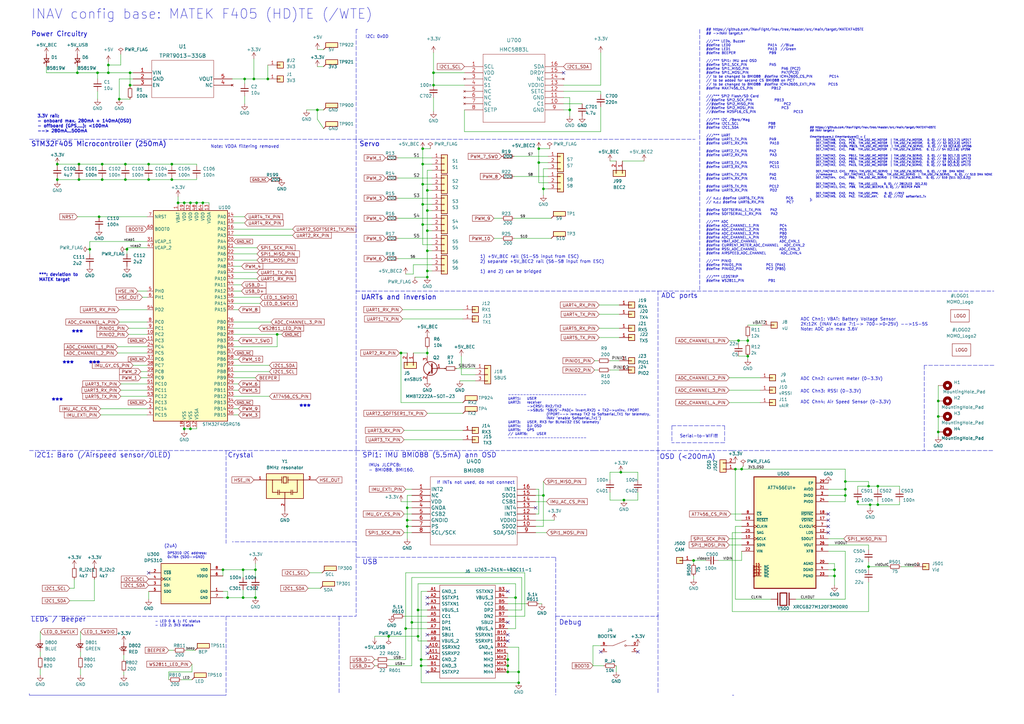
<source format=kicad_sch>
(kicad_sch (version 20211123) (generator eeschema)
  (paper "A3")
  (title_block (title "STM32F405 FC") (date "2022-09-04") (rev "0.1") (company "MomoRC"))
  (junction (at 173.355 75.565))
  (junction (at 342.265 236.22))
  (junction (at 175.26 94.615))
  (junction (at 75.565 175.895))
  (junction (at 83.185 83.185))
  (junction (at 78.105 175.895))
  (junction (at 171.45 260.985))
  (junction (at 351.79 205.74))
  (junction (at 211.455 245.11))
  (junction (at 284.48 229.87))
  (junction (at 346.71 200.66))
  (junction (at 113.665 137.16))
  (junction (at 175.26 86.36))
  (junction (at 130.175 45.085))
  (junction (at 220.98 60.96))
  (junction (at 104.775 245.11))
  (junction (at 175.26 111.125))
  (junction (at 99.695 245.11))
  (junction (at 208.28 273.05))
  (junction (at 164.465 144.78))
  (junction (at 173.355 83.82))
  (junction (at 91.44 233.68))
  (junction (at 73.025 83.185))
  (junction (at 304.165 192.405))
  (junction (at 48.895 40.64))
  (junction (at 302.895 139.7))
  (junction (at 159.385 260.985))
  (junction (at 177.8 34.925))
  (junction (at 346.71 203.2))
  (junction (at 167.005 213.36))
  (junction (at 222.885 203.2))
  (junction (at 212.725 275.59))
  (junction (at 175.26 144.78))
  (junction (at 75.565 83.185))
  (junction (at 60.96 73.66))
  (junction (at 70.485 73.66))
  (junction (at 173.355 60.96))
  (junction (at 104.775 233.68))
  (junction (at 100.33 32.385))
  (junction (at 44.45 29.845))
  (junction (at 208.28 275.59))
  (junction (at 168.91 255.27))
  (junction (at 99.695 233.68))
  (junction (at 44.45 26.67))
  (junction (at 78.105 83.185))
  (junction (at 53.34 34.925))
  (junction (at 93.345 245.11))
  (junction (at 104.14 32.385))
  (junction (at 41.91 73.66))
  (junction (at 222.885 77.47))
  (junction (at 356.235 199.39))
  (junction (at 255.905 205.105))
  (junction (at 70.485 67.31))
  (junction (at 175.26 113.665))
  (junction (at 306.705 139.7))
  (junction (at 80.645 83.185))
  (junction (at 23.495 73.66))
  (junction (at 356.235 232.41))
  (junction (at 23.495 67.31))
  (junction (at 167.005 215.9))
  (junction (at 346.71 197.485))
  (junction (at 384.81 164.465))
  (junction (at 32.385 67.31))
  (junction (at 175.26 78.105))
  (junction (at 360.045 199.39))
  (junction (at 384.81 177.165))
  (junction (at 301.625 192.405))
  (junction (at 36.83 102.235))
  (junction (at 167.005 208.28))
  (junction (at 51.435 67.31))
  (junction (at 51.435 73.66))
  (junction (at 60.96 67.31))
  (junction (at 31.75 29.845))
  (junction (at 384.81 170.815))
  (junction (at 171.45 250.19))
  (junction (at 172.72 270.51))
  (junction (at 40.64 88.9))
  (junction (at 173.355 67.31))
  (junction (at 360.045 207.01))
  (junction (at 208.28 270.51))
  (junction (at 356.87 207.01))
  (junction (at 173.355 92.075))
  (junction (at 254.635 193.675))
  (junction (at 109.855 32.385))
  (junction (at 175.26 102.87))
  (junction (at 166.37 257.81))
  (junction (at 220.98 66.675))
  (junction (at 306.705 146.05))
  (junction (at 41.91 67.31))
  (junction (at 342.265 233.68))
  (junction (at 212.725 280.035))
  (junction (at 177.8 29.845))
  (junction (at 40.005 29.845))
  (junction (at 52.07 102.235))
  (junction (at 233.68 45.085))
  (junction (at 32.385 73.66))
  (junction (at 172.72 273.05))
  (junction (at 53.34 29.845))
  (no_connect (at 219.71 208.28))
  (no_connect (at 60.96 234.95))
  (no_connect (at 175.26 247.65))
  (no_connect (at 175.26 245.11))
  (no_connect (at 175.26 267.97))
  (no_connect (at 175.26 265.43))
  (no_connect (at 208.28 262.89))
  (no_connect (at 208.28 260.35))
  (no_connect (at 208.28 242.57))
  (no_connect (at 175.26 275.59))
  (no_connect (at 175.26 260.35))
  (no_connect (at 208.28 255.27))
  (no_connect (at 231.14 29.845))
  (no_connect (at 246.38 267.335))
  (no_connect (at 261.62 267.335))
  (no_connect (at 339.725 218.44))
  (no_connect (at 339.725 210.82))
  (no_connect (at 339.725 213.36))
  (no_connect (at 339.725 215.9))
  (wire (pts (xy 233.68 45.085) (xy 233.68 47.625)))
  (wire (pts (xy 75.565 175.895) (xy 75.565 175.26)))
  (wire (pts (xy 177.165 75.565) (xy 173.355 75.565)))
  (wire (pts (xy 250.19 193.675) (xy 254.635 193.675)))
  (wire (pts (xy 300.355 218.44) (xy 300.355 250.825)))
  (wire (pts (xy 75.565 83.82) (xy 75.565 83.185)))
  (wire (pts (xy 219.71 203.2) (xy 222.885 203.2)))
  (wire (pts (xy 166.37 257.81) (xy 166.37 270.51)))
  (wire (pts (xy 346.71 197.485) (xy 346.71 200.66)))
  (wire (pts (xy 38.735 246.38) (xy 38.735 237.49)))
  (polyline (pts (xy 92.71 252.73) (xy 92.71 285.115)))
  (wire (pts (xy 95.885 154.94) (xy 104.775 154.94)))
  (wire (pts (xy 306.705 147.32) (xy 306.705 146.05)))
  (wire (pts (xy 95.885 142.24) (xy 113.665 142.24)))
  (wire (pts (xy 23.495 73.66) (xy 32.385 73.66)))
  (wire (pts (xy 231.14 45.085) (xy 233.68 45.085)))
  (wire (pts (xy 48.26 142.24) (xy 60.325 142.24)))
  (wire (pts (xy 211.455 245.11) (xy 211.455 239.395)))
  (polyline (pts (xy 146.05 228.6) (xy 227.965 228.6)))
  (wire (pts (xy 93.345 245.11) (xy 99.695 245.11)))
  (wire (pts (xy 95.885 170.18) (xy 97.79 170.18)))
  (wire (pts (xy 384.81 170.815) (xy 384.81 164.465)))
  (wire (pts (xy 153.67 260.985) (xy 153.67 261.62)))
  (wire (pts (xy 163.195 89.535) (xy 177.165 89.535)))
  (wire (pts (xy 175.26 111.125) (xy 177.165 111.125)))
  (wire (pts (xy 167.005 203.2) (xy 167.005 208.28)))
  (wire (pts (xy 224.79 69.215) (xy 222.885 69.215)))
  (wire (pts (xy 299.085 154.94) (xy 311.785 154.94)))
  (polyline (pts (xy 227.965 252.73) (xy 227.965 285.115)))
  (wire (pts (xy 351.79 207.01) (xy 351.79 205.74)))
  (wire (pts (xy 95.885 93.98) (xy 120.015 93.98)))
  (wire (pts (xy 165.735 252.73) (xy 175.26 252.73)))
  (wire (pts (xy 23.495 74.295) (xy 23.495 73.66)))
  (wire (pts (xy 48.26 144.78) (xy 60.325 144.78)))
  (polyline (pts (xy 146.05 222.25) (xy 146.05 252.73)))
  (polyline (pts (xy 297.18 174.625) (xy 297.18 181.61)))
  (wire (pts (xy 95.885 91.44) (xy 100.33 91.44)))
  (wire (pts (xy 261.62 205.105) (xy 261.62 201.93)))
  (wire (pts (xy 175.26 242.57) (xy 172.72 242.57)))
  (wire (pts (xy 283.845 229.87) (xy 284.48 229.87)))
  (wire (pts (xy 168.91 215.9) (xy 167.005 215.9)))
  (wire (pts (xy 177.8 40.005) (xy 177.8 45.72)))
  (polyline (pts (xy 300.355 285.115) (xy 300.99 285.115)))
  (wire (pts (xy 30.48 241.3) (xy 30.48 237.49)))
  (wire (pts (xy 74.295 278.765) (xy 78.74 278.765)))
  (wire (pts (xy 31.75 29.845) (xy 40.005 29.845)))
  (wire (pts (xy 220.98 210.82) (xy 219.71 210.82)))
  (wire (pts (xy 166.37 234.95) (xy 215.265 234.95)))
  (wire (pts (xy 189.23 146.05) (xy 189.23 153.67)))
  (wire (pts (xy 75.565 175.895) (xy 78.105 175.895)))
  (wire (pts (xy 212.725 265.43) (xy 208.28 265.43)))
  (wire (pts (xy 224.79 77.47) (xy 222.885 77.47)))
  (wire (pts (xy 75.565 83.185) (xy 78.105 83.185)))
  (wire (pts (xy 80.645 83.185) (xy 83.185 83.185)))
  (wire (pts (xy 360.045 207.01) (xy 360.045 205.74)))
  (wire (pts (xy 75.565 176.53) (xy 75.565 175.895)))
  (wire (pts (xy 95.885 114.3) (xy 105.41 114.3)))
  (wire (pts (xy 356.87 207.01) (xy 360.045 207.01)))
  (wire (pts (xy 99.695 233.68) (xy 104.775 233.68)))
  (wire (pts (xy 49.53 160.02) (xy 60.325 160.02)))
  (wire (pts (xy 16.51 269.24) (xy 16.51 267.335)))
  (wire (pts (xy 41.91 67.31) (xy 51.435 67.31)))
  (wire (pts (xy 250.19 151.765) (xy 254 151.765)))
  (wire (pts (xy 23.495 73.66) (xy 23.495 73.025)))
  (wire (pts (xy 52.705 134.62) (xy 60.325 134.62)))
  (wire (pts (xy 99.695 233.68) (xy 99.695 236.855)))
  (wire (pts (xy 168.91 236.855) (xy 168.91 255.27)))
  (polyline (pts (xy 12.065 284.48) (xy 12.065 285.115)))
  (wire (pts (xy 231.14 40.005) (xy 233.68 40.005)))
  (wire (pts (xy 58.42 121.92) (xy 60.325 121.92)))
  (wire (pts (xy 342.265 236.22) (xy 342.265 233.68)))
  (wire (pts (xy 175.26 255.27) (xy 168.91 255.27)))
  (wire (pts (xy 104.14 32.385) (xy 109.855 32.385)))
  (wire (pts (xy 126.365 241.3) (xy 131.445 241.3)))
  (polyline (pts (xy 297.18 181.61) (xy 275.59 181.61)))
  (wire (pts (xy 302.895 146.05) (xy 306.705 146.05)))
  (wire (pts (xy 220.98 200.66) (xy 220.98 210.82)))
  (wire (pts (xy 41.275 170.18) (xy 60.325 170.18)))
  (wire (pts (xy 233.68 40.005) (xy 233.68 45.085)))
  (wire (pts (xy 153.67 273.05) (xy 154.305 273.05)))
  (wire (pts (xy 51.435 67.31) (xy 60.96 67.31)))
  (wire (pts (xy 299.085 223.52) (xy 304.165 223.52)))
  (wire (pts (xy 54.61 32.385) (xy 48.895 32.385)))
  (wire (pts (xy 36.83 102.235) (xy 36.83 99.06)))
  (wire (pts (xy 300.355 250.825) (xy 356.235 250.825)))
  (wire (pts (xy 356.235 199.39) (xy 360.045 199.39)))
  (wire (pts (xy 165.1 127) (xy 189.865 127)))
  (wire (pts (xy 170.18 113.665) (xy 175.26 113.665)))
  (polyline (pts (xy 227.965 252.73) (xy 269.875 252.73)))
  (wire (pts (xy 50.8 270.51) (xy 50.8 268.605)))
  (wire (pts (xy 95.885 162.56) (xy 110.49 162.56)))
  (wire (pts (xy 70.485 67.31) (xy 70.485 67.945)))
  (wire (pts (xy 208.28 267.97) (xy 208.28 270.51)))
  (wire (pts (xy 346.71 192.405) (xy 346.71 197.485)))
  (wire (pts (xy 172.72 242.57) (xy 172.72 270.51)))
  (wire (pts (xy 189.865 165.1) (xy 164.465 165.1)))
  (wire (pts (xy 212.725 265.43) (xy 212.725 275.59)))
  (wire (pts (xy 167.005 213.36) (xy 167.005 215.9)))
  (wire (pts (xy 168.91 203.2) (xy 167.005 203.2)))
  (wire (pts (xy 57.785 154.94) (xy 60.325 154.94)))
  (wire (pts (xy 351.155 205.74) (xy 351.79 205.74)))
  (wire (pts (xy 211.455 257.81) (xy 211.455 245.11)))
  (wire (pts (xy 169.545 144.78) (xy 175.26 144.78)))
  (wire (pts (xy 54.61 149.86) (xy 60.325 149.86)))
  (wire (pts (xy 299.085 139.7) (xy 302.895 139.7)))
  (wire (pts (xy 99.06 119.38) (xy 95.885 119.38)))
  (wire (pts (xy 91.44 233.68) (xy 99.695 233.68)))
  (wire (pts (xy 224.79 74.93) (xy 220.98 74.93)))
  (wire (pts (xy 384.81 177.165) (xy 384.81 170.815)))
  (wire (pts (xy 177.165 67.31) (xy 173.355 67.31)))
  (polyline (pts (xy 243.84 184.785) (xy 300.355 184.785)))
  (wire (pts (xy 78.105 175.895) (xy 80.645 175.895)))
  (wire (pts (xy 78.105 83.185) (xy 80.645 83.185)))
  (wire (pts (xy 80.645 175.895) (xy 80.645 175.26)))
  (wire (pts (xy 41.91 73.66) (xy 51.435 73.66)))
  (wire (pts (xy 41.91 67.945) (xy 41.91 67.31)))
  (polyline (pts (xy 287.02 12.065) (xy 287.02 119.38)))
  (wire (pts (xy 356.235 230.505) (xy 356.235 232.41)))
  (wire (pts (xy 175.26 169.545) (xy 189.865 169.545)))
  (polyline (pts (xy 146.05 196.85) (xy 146.05 222.25)))
  (wire (pts (xy 95.885 111.76) (xy 105.41 111.76)))
  (wire (pts (xy 168.91 208.28) (xy 167.005 208.28)))
  (wire (pts (xy 31.75 27.305) (xy 31.75 29.845)))
  (wire (pts (xy 231.14 34.925) (xy 246.38 34.925)))
  (wire (pts (xy 104.775 233.68) (xy 104.775 236.855)))
  (wire (pts (xy 163.195 97.79) (xy 177.165 97.79)))
  (wire (pts (xy 23.495 67.31) (xy 32.385 67.31)))
  (wire (pts (xy 130.175 45.085) (xy 132.715 45.085)))
  (wire (pts (xy 339.725 203.2) (xy 346.71 203.2)))
  (wire (pts (xy 250.19 147.955) (xy 254 147.955)))
  (wire (pts (xy 294.64 229.87) (xy 304.165 229.87)))
  (wire (pts (xy 95.885 137.16) (xy 113.665 137.16)))
  (wire (pts (xy 166.37 112.395) (xy 169.545 112.395)))
  (wire (pts (xy 368.935 199.39) (xy 368.935 200.66)))
  (wire (pts (xy 175.26 144.78) (xy 175.26 146.05)))
  (wire (pts (xy 243.205 264.795) (xy 246.38 264.795)))
  (wire (pts (xy 245.745 138.43) (xy 254 138.43)))
  (wire (pts (xy 219.71 205.74) (xy 224.155 205.74)))
  (wire (pts (xy 130.175 20.32) (xy 132.715 20.32)))
  (wire (pts (xy 246.38 34.925) (xy 246.38 21.59)))
  (wire (pts (xy 172.72 270.51) (xy 172.72 273.05)))
  (wire (pts (xy 40.005 32.385) (xy 40.005 29.845)))
  (wire (pts (xy 95.885 147.32) (xy 97.79 147.32)))
  (wire (pts (xy 356.235 197.485) (xy 356.235 199.39)))
  (wire (pts (xy 167.005 215.9) (xy 167.005 220.98)))
  (wire (pts (xy 351.79 199.39) (xy 351.79 200.66)))
  (wire (pts (xy 368.935 207.01) (xy 368.935 205.74)))
  (polyline (pts (xy 12.065 57.15) (xy 285.115 57.15)))
  (wire (pts (xy 163.195 73.025) (xy 177.165 73.025)))
  (wire (pts (xy 302.895 139.7) (xy 306.705 139.7)))
  (wire (pts (xy 80.645 73.66) (xy 80.645 73.025)))
  (wire (pts (xy 41.275 167.64) (xy 60.325 167.64)))
  (wire (pts (xy 351.79 199.39) (xy 356.235 199.39)))
  (wire (pts (xy 175.26 270.51) (xy 172.72 270.51)))
  (wire (pts (xy 100.33 34.29) (xy 100.33 32.385)))
  (wire (pts (xy 53.34 40.64) (xy 48.895 40.64)))
  (wire (pts (xy 40.64 88.9) (xy 60.325 88.9)))
  (wire (pts (xy 175.26 94.615) (xy 175.26 102.87)))
  (wire (pts (xy 301.625 192.405) (xy 301.625 213.36)))
  (wire (pts (xy 208.28 245.11) (xy 211.455 245.11)))
  (wire (pts (xy 163.195 106.045) (xy 177.165 106.045)))
  (polyline (pts (xy 12.065 184.785) (xy 92.71 184.785)))
  (wire (pts (xy 213.995 236.855) (xy 213.995 250.19)))
  (wire (pts (xy 177.165 86.36) (xy 175.26 86.36)))
  (wire (pts (xy 23.495 66.675) (xy 23.495 67.31)))
  (wire (pts (xy 159.385 270.51) (xy 166.37 270.51)))
  (wire (pts (xy 342.265 233.68) (xy 339.725 233.68)))
  (wire (pts (xy 166.37 200.66) (xy 168.91 200.66)))
  (wire (pts (xy 346.075 220.98) (xy 339.725 220.98)))
  (wire (pts (xy 69.215 275.59) (xy 69.215 278.765)))
  (wire (pts (xy 245.745 128.905) (xy 254 128.905)))
  (wire (pts (xy 113.665 137.16) (xy 115.57 137.16)))
  (polyline (pts (xy 269.875 252.73) (xy 269.875 284.48)))
  (wire (pts (xy 182.245 151.13) (xy 182.88 151.13)))
  (wire (pts (xy 346.71 226.06) (xy 346.71 245.745)))
  (wire (pts (xy 60.96 67.31) (xy 70.485 67.31)))
  (wire (pts (xy 60.96 73.025) (xy 60.96 73.66)))
  (wire (pts (xy 78.74 275.59) (xy 69.215 275.59)))
  (wire (pts (xy 19.05 29.845) (xy 31.75 29.845)))
  (wire (pts (xy 70.485 73.66) (xy 70.485 73.025)))
  (wire (pts (xy 177.165 69.85) (xy 175.26 69.85)))
  (wire (pts (xy 304.8 191.135) (xy 304.165 192.405)))
  (wire (pts (xy 172.72 273.05) (xy 172.72 280.035)))
  (wire (pts (xy 231.14 37.465) (xy 246.38 37.465)))
  (wire (pts (xy 70.485 67.31) (xy 80.645 67.31)))
  (wire (pts (xy 356.235 232.41) (xy 356.235 233.68)))
  (polyline (pts (xy 275.59 174.625) (xy 297.18 174.625)))
  (polyline (pts (xy 407.67 149.86) (xy 379.095 149.86)))
  (wire (pts (xy 339.725 205.74) (xy 346.71 205.74)))
  (wire (pts (xy 104.14 24.13) (xy 104.14 32.385)))
  (polyline (pts (xy 146.05 57.15) (xy 146.05 12.065)))
  (wire (pts (xy 175.26 69.85) (xy 175.26 78.105)))
  (wire (pts (xy 109.855 26.67) (xy 109.855 32.385)))
  (wire (pts (xy 52.07 101.6) (xy 60.325 101.6)))
  (wire (pts (xy 171.45 239.395) (xy 171.45 250.19)))
  (wire (pts (xy 53.34 35.56) (xy 53.34 34.925)))
  (polyline (pts (xy 146.05 184.785) (xy 243.84 184.785)))
  (wire (pts (xy 95.885 124.46) (xy 106.68 124.46)))
  (wire (pts (xy 36.83 104.14) (xy 36.83 102.235)))
  (wire (pts (xy 175.26 142.875) (xy 175.26 144.78)))
  (wire (pts (xy 219.71 218.44) (xy 224.155 218.44)))
  (wire (pts (xy 177.8 29.845) (xy 190.5 29.845)))
  (wire (pts (xy 32.385 73.66) (xy 41.91 73.66)))
  (wire (pts (xy 127 234.95) (xy 132.08 234.95)))
  (wire (pts (xy 73.025 83.185) (xy 75.565 83.185)))
  (wire (pts (xy 95.885 167.64) (xy 97.79 167.64)))
  (wire (pts (xy 299.72 210.82) (xy 304.165 210.82)))
  (polyline (pts (xy 92.71 285.115) (xy 12.065 285.115)) (stroke (width 0) (type solid)))
  (wire (pts (xy 164.465 205.74) (xy 168.91 205.74)))
  (wire (pts (xy 52.705 137.16) (xy 60.325 137.16)))
  (wire (pts (xy 164.465 144.78) (xy 167.005 144.78)))
  (wire (pts (xy 32.385 73.025) (xy 32.385 73.66)))
  (wire (pts (xy 95.885 106.68) (xy 105.41 106.68)))
  (wire (pts (xy 304.165 218.44) (xy 300.355 218.44)))
  (wire (pts (xy 104.14 32.385) (xy 100.33 32.385)))
  (polyline (pts (xy 300.355 184.785) (xy 407.67 184.785)))
  (wire (pts (xy 50.8 276.86) (xy 50.8 275.59)))
  (wire (pts (xy 245.745 134.62) (xy 254 134.62)))
  (wire (pts (xy 16.51 276.86) (xy 16.51 274.32)))
  (wire (pts (xy 33.02 259.08) (xy 33.02 262.255)))
  (wire (pts (xy 212.725 275.59) (xy 212.725 280.035)))
  (wire (pts (xy 99.695 245.11) (xy 104.775 245.11)))
  (wire (pts (xy 60.96 242.57) (xy 60.96 245.745)))
  (wire (pts (xy 60.96 67.945) (xy 60.96 67.31)))
  (polyline (pts (xy 12.7 252.73) (xy 92.71 252.73)))
  (wire (pts (xy 306.705 138.43) (xy 306.705 139.7)))
  (wire (pts (xy 219.71 215.9) (xy 222.885 215.9)))
  (wire (pts (xy 190.5 34.925) (xy 177.8 34.925)))
  (wire (pts (xy 299.085 220.98) (xy 304.165 220.98)))
  (wire (pts (xy 36.83 99.06) (xy 60.325 99.06)))
  (wire (pts (xy 210.82 97.79) (xy 226.06 97.79)))
  (wire (pts (xy 255.27 66.04) (xy 264.16 66.04)))
  (wire (pts (xy 93.345 242.57) (xy 93.345 245.11)))
  (wire (pts (xy 53.34 29.845) (xy 54.61 29.845)))
  (wire (pts (xy 304.165 192.405) (xy 346.71 192.405)))
  (wire (pts (xy 339.725 236.22) (xy 342.265 236.22)))
  (wire (pts (xy 168.91 255.27) (xy 168.91 273.05)))
  (wire (pts (xy 356.235 232.41) (xy 364.49 232.41)))
  (wire (pts (xy 177.165 83.82) (xy 173.355 83.82)))
  (wire (pts (xy 177.165 108.585) (xy 169.545 108.585)))
  (wire (pts (xy 222.885 197.485) (xy 222.885 203.2)))
  (wire (pts (xy 95.885 109.22) (xy 99.06 109.22)))
  (wire (pts (xy 339.725 226.06) (xy 346.71 226.06)))
  (wire (pts (xy 80.645 67.31) (xy 80.645 67.945)))
  (polyline (pts (xy 269.875 119.38) (xy 407.67 119.38)))
  (wire (pts (xy 243.205 273.05) (xy 247.65 273.05)))
  (wire (pts (xy 52.07 104.14) (xy 52.07 102.235)))
  (wire (pts (xy 254.635 193.675) (xy 261.62 193.675)))
  (wire (pts (xy 360.045 207.01) (xy 368.935 207.01)))
  (wire (pts (xy 70.485 73.66) (xy 80.645 73.66)))
  (wire (pts (xy 163.83 144.78) (xy 164.465 144.78)))
  (wire (pts (xy 219.71 213.36) (xy 227.33 213.36)))
  (wire (pts (xy 250.19 205.105) (xy 250.19 201.93)))
  (wire (pts (xy 250.19 66.04) (xy 252.73 66.04)))
  (wire (pts (xy 60.96 73.66) (xy 70.485 73.66)))
  (wire (pts (xy 175.26 111.125) (xy 175.26 113.665)))
  (polyline (pts (xy 269.875 184.785) (xy 269.875 252.73)))
  (wire (pts (xy 202.565 89.535) (xy 205.74 89.535)))
  (polyline (pts (xy 275.59 174.625) (xy 275.59 181.61)))
  (wire (pts (xy 210.82 72.39) (xy 224.79 72.39)))
  (wire (pts (xy 113.665 142.24) (xy 113.665 137.16)))
  (wire (pts (xy 220.98 60.96) (xy 225.425 60.96)))
  (wire (pts (xy 346.71 197.485) (xy 356.235 197.485)))
  (wire (pts (xy 360.045 199.39) (xy 360.045 200.66)))
  (wire (pts (xy 32.385 67.945) (xy 32.385 67.31)))
  (wire (pts (xy 243.84 151.765) (xy 245.11 151.765)))
  (wire (pts (xy 100.33 39.37) (xy 100.33 42.545)))
  (wire (pts (xy 44.45 26.67) (xy 44.45 29.845)))
  (wire (pts (xy 190.5 53.975) (xy 190.5 45.085)))
  (wire (pts (xy 91.44 233.68) (xy 91.44 236.22)))
  (wire (pts (xy 339.725 200.66) (xy 346.71 200.66)))
  (wire (pts (xy 19.05 27.305) (xy 19.05 29.845)))
  (wire (pts (xy 222.885 69.215) (xy 222.885 77.47)))
  (wire (pts (xy 159.385 260.985) (xy 159.385 261.62)))
  (wire (pts (xy 220.98 66.675) (xy 220.98 60.96)))
  (wire (pts (xy 48.895 32.385) (xy 48.895 40.64)))
  (wire (pts (xy 173.355 83.82) (xy 173.355 92.075)))
  (polyline (pts (xy 146.05 12.065) (xy 146.685 12.065)))
  (wire (pts (xy 91.44 242.57) (xy 93.345 242.57)))
  (wire (pts (xy 52.07 102.235) (xy 52.07 101.6)))
  (wire (pts (xy 173.355 75.565) (xy 173.355 67.31)))
  (wire (pts (xy 301.625 192.405) (xy 304.165 192.405)))
  (wire (pts (xy 80.645 83.82) (xy 80.645 83.185)))
  (wire (pts (xy 243.205 264.795) (xy 243.205 273.05)))
  (wire (pts (xy 159.385 273.05) (xy 168.91 273.05)))
  (wire (pts (xy 41.91 73.025) (xy 41.91 73.66)))
  (wire (pts (xy 165.735 218.44) (xy 168.91 218.44)))
  (wire (pts (xy 168.91 236.855) (xy 213.995 236.855)))
  (polyline (pts (xy 269.875 252.73) (xy 269.875 252.095)))
  (wire (pts (xy 250.19 205.105) (xy 255.905 205.105)))
  (wire (pts (xy 85.725 83.82) (xy 85.725 83.185)))
  (wire (pts (xy 57.785 152.4) (xy 60.325 152.4)))
  (wire (pts (xy 132.715 52.705) (xy 130.175 48.895)))
  (wire (pts (xy 169.545 112.395) (xy 169.545 108.585)))
  (wire (pts (xy 167.005 208.28) (xy 167.005 213.36)))
  (wire (pts (xy 164.465 144.78) (xy 164.465 165.1)))
  (wire (pts (xy 165.1 130.81) (xy 189.865 130.81)))
  (polyline (pts (xy 92.71 184.785) (xy 146.05 184.785)))
  (polyline (pts (xy 92.71 252.73) (xy 146.05 252.73)))
  (wire (pts (xy 255.905 205.105) (xy 261.62 205.105)))
  (wire (pts (xy 177.8 21.59) (xy 177.8 29.845)))
  (wire (pts (xy 289.56 229.87) (xy 284.48 229.87)))
  (wire (pts (xy 222.885 215.9) (xy 222.885 203.2)))
  (wire (pts (xy 130.175 27.305) (xy 132.715 27.305)))
  (wire (pts (xy 95.885 96.52) (xy 120.015 96.52)))
  (wire (pts (xy 44.45 25.4) (xy 44.45 26.67)))
  (wire (pts (xy 95.885 104.14) (xy 105.41 104.14)))
  (wire (pts (xy 28.575 246.38) (xy 38.735 246.38)))
  (polyline (pts (xy 92.71 184.785) (xy 92.71 222.885)))
  (wire (pts (xy 23.495 67.31) (xy 23.495 67.945)))
  (wire (pts (xy 28.575 241.3) (xy 30.48 241.3)))
  (polyline (pts (xy 146.05 222.25) (xy 95.25 222.25)))
  (wire (pts (xy 250.19 193.675) (xy 250.19 196.85)))
  (wire (pts (xy 99.695 241.935) (xy 99.695 245.11)))
  (wire (pts (xy 177.165 100.33) (xy 173.355 100.33)))
  (wire (pts (xy 172.72 280.035) (xy 212.725 280.035)))
  (wire (pts (xy 78.105 83.82) (xy 78.105 83.185)))
  (wire (pts (xy 16.51 259.08) (xy 16.51 262.255)))
  (polyline (pts (xy 139.065 252.73) (xy 139.065 284.48)))
  (wire (pts (xy 304.165 215.9) (xy 301.625 215.9)))
  (wire (pts (xy 369.57 232.41) (xy 374.65 232.41)))
  (wire (pts (xy 73.025 80.645) (xy 73.025 83.185)))
  (wire (pts (xy 95.885 134.62) (xy 106.045 134.62)))
  (wire (pts (xy 167.005 213.36) (xy 168.91 213.36)))
  (wire (pts (xy 351.79 207.01) (xy 356.87 207.01)))
  (wire (pts (xy 53.34 34.925) (xy 53.34 29.845)))
  (wire (pts (xy 99.06 116.84) (xy 95.885 116.84)))
  (wire (pts (xy 175.26 102.87) (xy 175.26 111.125)))
  (wire (pts (xy 95.885 101.6) (xy 105.41 101.6)))
  (wire (pts (xy 91.44 245.11) (xy 93.345 245.11)))
  (wire (pts (xy 215.265 234.95) (xy 215.265 252.73)))
  (wire (pts (xy 220.98 247.65) (xy 222.25 247.65)))
  (wire (pts (xy 208.28 273.05) (xy 208.28 275.59)))
  (wire (pts (xy 208.28 270.51) (xy 208.28 273.05)))
  (wire (pts (xy 33.02 276.86) (xy 33.02 274.32)))
  (wire (pts (xy 261.62 193.675) (xy 261.62 196.85)))
  (wire (pts (xy 177.8 29.845) (xy 177.8 34.925)))
  (wire (pts (xy 356.235 250.825) (xy 356.235 238.76)))
  (wire (pts (xy 299.085 160.02) (xy 311.785 160.02)))
  (wire (pts (xy 33.02 269.24) (xy 33.02 267.335)))
  (wire (pts (xy 173.355 92.075) (xy 173.355 100.33)))
  (wire (pts (xy 210.82 89.535) (xy 226.06 89.535)))
  (wire (pts (xy 175.26 250.19) (xy 171.45 250.19)))
  (wire (pts (xy 177.165 102.87) (xy 175.26 102.87)))
  (wire (pts (xy 246.38 43.815) (xy 246.38 53.975)))
  (wire (pts (xy 252.73 275.59) (xy 252.73 273.05)))
  (wire (pts (xy 49.53 157.48) (xy 60.325 157.48)))
  (wire (pts (xy 73.025 83.185) (xy 73.025 83.82)))
  (wire (pts (xy 208.28 247.65) (xy 215.9 247.65)))
  (wire (pts (xy 175.26 86.36) (xy 175.26 94.615)))
  (wire (pts (xy 95.885 152.4) (xy 110.49 152.4)))
  (wire (pts (xy 44.45 29.845) (xy 40.005 29.845)))
  (wire (pts (xy 48.895 132.08) (xy 60.325 132.08)))
  (wire (pts (xy 284.48 236.22) (xy 284.48 237.49)))
  (wire (pts (xy 339.725 223.52) (xy 356.235 223.52)))
  (wire (pts (xy 48.895 127) (xy 60.325 127)))
  (wire (pts (xy 210.82 64.135) (xy 224.79 64.135)))
  (wire (pts (xy 302.895 139.7) (xy 302.895 140.97)))
  (wire (pts (xy 346.71 245.745) (xy 326.39 245.745)))
  (wire (pts (xy 246.38 53.975) (xy 190.5 53.975)))
  (wire (pts (xy 224.79 66.675) (xy 220.98 66.675)))
  (wire (pts (xy 301.625 213.36) (xy 304.165 213.36)))
  (wire (pts (xy 346.71 200.66) (xy 346.71 203.2)))
  (wire (pts (xy 339.725 231.14) (xy 342.265 231.14)))
  (wire (pts (xy 125.73 45.085) (xy 130.175 45.085)))
  (wire (pts (xy 187.325 151.13) (xy 194.945 151.13)))
  (wire (pts (xy 220.98 74.93) (xy 220.98 66.675)))
  (wire (pts (xy 95.885 139.7) (xy 97.79 139.7)))
  (wire (pts (xy 173.355 60.96) (xy 176.53 60.96)))
  (wire (pts (xy 171.45 262.89) (xy 175.26 262.89)))
  (wire (pts (xy 104.775 233.68) (xy 104.775 231.14)))
  (wire (pts (xy 95.885 121.92) (xy 106.68 121.92)))
  (wire (pts (xy 175.26 273.05) (xy 172.72 273.05)))
  (wire (pts (xy 346.71 205.74) (xy 346.71 203.2)))
  (wire (pts (xy 32.385 67.31) (xy 41.91 67.31)))
  (wire (pts (xy 215.265 252.73) (xy 208.28 252.73)))
  (wire (pts (xy 95.25 32.385) (xy 100.33 32.385)))
  (wire (pts (xy 104.775 241.935) (xy 104.775 245.11)))
  (polyline (pts (xy 269.875 119.38) (xy 269.875 185.42)))
  (wire (pts (xy 78.74 272.415) (xy 78.74 275.59)))
  (wire (pts (xy 165.735 180.34) (xy 189.865 180.34)))
  (wire (pts (xy 171.45 260.985) (xy 171.45 262.89)))
  (wire (pts (xy 54.61 34.925) (xy 53.34 34.925)))
  (wire (pts (xy 49.53 162.56) (xy 60.325 162.56)))
  (polyline (pts (xy 146.05 119.38) (xy 269.875 119.38)))
  (wire (pts (xy 360.045 199.39) (xy 368.935 199.39)))
  (wire (pts (xy 95.885 160.02) (xy 97.79 160.02)))
  (wire (pts (xy 44.45 29.845) (xy 53.34 29.845)))
  (wire (pts (xy 299.085 165.1) (xy 311.785 165.1)))
  (wire (pts (xy 165.735 176.53) (xy 189.865 176.53)))
  (wire (pts (xy 95.885 88.9) (xy 100.33 88.9)))
  (wire (pts (xy 95.885 127) (xy 97.79 127)))
  (wire (pts (xy 56.515 119.38) (xy 60.325 119.38)))
  (wire (pts (xy 356.87 207.01) (xy 356.87 208.28)))
  (wire (pts (xy 159.385 260.985) (xy 153.67 260.985)))
  (wire (pts (xy 208.28 257.81) (xy 211.455 257.81)))
  (wire (pts (xy 85.725 83.185) (xy 83.185 83.185)))
  (wire (pts (xy 130.175 48.895) (xy 130.175 45.085)))
  (wire (pts (xy 159.385 260.985) (xy 171.45 260.985)))
  (wire (pts (xy 177.165 78.105) (xy 175.26 78.105)))
  (wire (pts (xy 51.435 67.945) (xy 51.435 67.31)))
  (wire (pts (xy 51.435 73.025) (xy 51.435 73.66)))
  (wire (pts (xy 163.195 64.77) (xy 177.165 64.77)))
  (wire (pts (xy 173.355 83.82) (xy 173.355 75.565)))
  (wire (pts (xy 69.215 266.7) (xy 71.12 266.7)))
  (wire (pts (xy 246.38 37.465) (xy 246.38 38.735)))
  (wire (pts (xy 384.81 164.465) (xy 384.81 158.115)))
  (wire (pts (xy 153.67 270.51) (xy 154.305 270.51)))
  (wire (pts (xy 49.53 26.67) (xy 44.45 26.67)))
  (wire (pts (xy 166.37 257.81) (xy 166.37 234.95)))
  (wire (pts (xy 189.23 153.67) (xy 194.945 153.67)))
  (wire (pts (xy 175.26 257.81) (xy 166.37 257.81)))
  (wire (pts (xy 213.995 250.19) (xy 208.28 250.19)))
  (wire (pts (xy 243.84 147.955) (xy 245.11 147.955)))
  (wire (pts (xy 306.705 139.7) (xy 306.705 140.97)))
  (wire (pts (xy 165.735 210.82) (xy 168.91 210.82)))
  (wire (pts (xy 284.48 229.87) (xy 284.48 231.14)))
  (wire (pts (xy 110.49 149.86) (xy 95.885 149.86)))
  (wire (pts (xy 83.185 83.185) (xy 83.185 83.82)))
  (wire (pts (xy 49.53 22.225) (xy 49.53 26.67)))
  (wire (pts (xy 51.435 73.66) (xy 60.96 73.66)))
  (wire (pts (xy 40.005 40.64) (xy 40.005 37.465)))
  (wire (pts (xy 304.165 226.06) (xy 304.165 229.87)))
  (wire (pts (xy 219.71 200.66) (xy 220.98 200.66)))
  (wire (pts (xy 175.26 78.105) (xy 175.26 86.36)))
  (wire (pts (xy 384.81 179.07) (xy 384.81 177.165)))
  (wire (pts (xy 31.75 88.9) (xy 40.64 88.9)))
  (wire (pts (xy 342.265 231.14) (xy 342.265 233.68)))
  (wire (pts (xy 245.745 125.095) (xy 254 125.095)))
  (wire (pts (xy 76.2 266.7) (xy 80.01 266.7)))
  (polyline (pts (xy 146.05 57.15) (xy 146.05 197.485)))
  (polyline (pts (xy 227.965 228.6) (xy 227.965 253.365)))
  (wire (pts (xy 306.705 133.35) (xy 312.42 133.35)))
  (wire (pts (xy 356.235 223.52) (xy 356.235 225.425)))
  (wire (pts (xy 163.195 81.28) (xy 177.165 81.28)))
  (wire (pts (xy 342.265 240.03) (xy 342.265 236.22)))
  (wire (pts (xy 177.165 94.615) (xy 175.26 94.615)))
  (wire (pts (xy 78.105 175.26) (xy 78.105 175.895)))
  (wire (pts (xy 301.625 245.745) (xy 316.23 245.745)))
  (wire (pts (xy 171.45 250.19) (xy 171.45 260.985)))
  (wire (pts (xy 222.885 77.47) (xy 222.885 80.01)))
  (wire (pts (xy 95.885 132.08) (xy 111.125 132.08)))
  (wire (pts (xy 208.28 275.59) (xy 212.725 275.59)))
  (wire (pts (xy 173.355 60.96) (xy 173.355 67.31)))
  (wire (pts (xy 202.565 97.79) (xy 205.74 97.79)))
  (wire (pts (xy 95.885 157.48) (xy 97.79 157.48)))
  (wire (pts (xy 301.625 215.9) (xy 301.625 245.745)))
  (polyline (pts (xy 379.095 149.86) (xy 379.095 184.785)))
  (wire (pts (xy 231.14 42.545) (xy 238.76 42.545)))
  (wire (pts (xy 211.455 239.395) (xy 171.45 239.395)))
  (wire (pts (xy 177.165 92.075) (xy 173.355 92.075)))
  (wire (pts (xy 188.595 156.21) (xy 194.945 156.21)))
  (text "***" (at 25.4 150.495 0) (effects (font (size 2 2) (thickness 0.4) bold) (justify left bottom)))
  (text "ADC Chn4: Air Speed Sensor (0-3.3V)" (at 328.295 165.735 0) (effects (font (size 1.27 1.27)) (justify left bottom)))
  (text "***" (at 36.195 150.495 0) (effects (font (size 2 2) (thickness 0.4) bold) (justify left bottom)))
  (text "LEDs / Beeper" (at 12.7 255.27 0) (effects (font (size 2 2) (thickness 0.2) bold) (justify left bottom)))
  (text "***" (at 20.955 165.735 0) (effects (font (size 2 2) (thickness 0.4) bold) (justify left bottom)))
  (text "ADC Chn3: RSSI (0-3.3V)" (at 328.295 161.29 0) (effects (font (size 1.27 1.27)) (justify left bottom)))
  (text "***: deviation to \nMATEK target" (at 15.875 115.57 0) (effects (font (size 1.27 1.27) (thickness 0.254) bold) (justify left bottom)))
  (text "USB" (at 148.59 231.775 0) (effects (font (size 2 2) (thickness 0.2) bold) (justify left bottom)))
  (text "Power Circuitry" (at 12.7 15.24 0) (effects (font (size 2 2) (thickness 0.254) bold) (justify left bottom)))
  (text "UARTs and inversion" (at 147.955 123.19 0) (effects (font (size 2 2) (thickness 0.254) bold) (justify left bottom)))
  (text "***" (at 29.21 137.795 0) (effects (font (size 2 2) (thickness 0.4) bold) (justify left bottom)))
  (text "ADC Chn2: current meter (0-3.3V)" (at 328.295 156.21 0) (effects (font (size 1.27 1.27)) (justify left bottom)))
  (text "(2uA)" (at 67.31 224.79 0) (effects (font (size 1.27 1.27)) (justify left bottom)))
  (text "INAV config base: MATEK F405 (HD)TE (/WTE)" (at 12.7 8.255 0) (effects (font (size 4 4)) (justify left bottom)))
  (text "Serial-to-WIFI!!" (at 278.765 179.705 0) (effects (font (size 1.27 1.27)) (justify left bottom)))
  (text "--------------------------\nUART1:	USER\nUART2: 	receiver\n		->CRSF: RX2/TX2 \n		->SBUS: \"SBUS\"-PAD(= invert.RX2) + TX2->uninv. FPORT\n				(FPORT--> remap TX2 to Softserial_TX1 for telemetry,\n				INAV \"enable Softserial_Tx1\") \nUART3:	USER, RX3 for BLHeli32 ESC telemetry\nUART4:	DJI OSD\nUART5:	GPS\n// UART6:	USER\n--------------------------" (at 208.28 180.34 0) (effects (font (size 1 1)) (justify left bottom)))
  (text "Debug" (at 229.235 256.54 0) (effects (font (size 2 2) (thickness 0.2) bold) (justify left bottom)))
  (text "***" (at 122.555 168.275 0) (effects (font (size 2 2) (thickness 0.4) bold) (justify left bottom)))
  (text "ADC Chn1: VBAT: Battery Voltage Sensor \n2K:12K (INAV scale 7:1-> 700->0~25V) -->1S-5S\nNote: ADC pin max 3.6V" (at 328.295 135.89 0) (effects (font (size 1.27 1.27)) (justify left bottom)))
  (text "## https://github.com/iNavFlight/inav/tree/master/src/main/target/MATEKF405TE\n## ->INAV target.h\n\n///*** LEDs, Buzzer\n#define LED0                    PA14  //Blue\n#define LED1                    PA13  //Green\n#define BEEPER                  PB9\n\n///*** SPI1: IMU and OSD\n#define SPI1_SCK_PIN            PA5\n#define SPI1_MISO_PIN   	    PA6 (PC2)\n#define SPI1_MOSI_PIN   	    PA7(PC3)\n// to be changed to BMI088  #define ICM42605_CS_PIN         PC14\n// to be added for second CS BMI088 on PC7\n// to be changed to BMI088  #define ICM42605_EXTI_PIN       PC15\n#define MAX7456_CS_PIN          PB12\n\n///*** SPI2 Flash/SD Card\n//#define SPI2_SCK_PIN            PB13			\n//#define SPI2_MISO_PIN   	   	PC2			\n//#define SPI2_MOSI_PIN   	    PC3			\n//#define M25P16_CS_PIN         	PC13		\n\n///*** I2C /Baro/Mag\n#define I2C1_SCL                PB8\n#define I2C1_SDA                PB7\n\n///*** UART\n#define UART1_TX_PIN            PA9\n#define UART1_RX_PIN            PA10\n\n#define UART2_TX_PIN            PA2\n#define UART2_RX_PIN            PA3\n\n#define UART3_TX_PIN            PC10\n#define UART3_RX_PIN            PC11\n\n#define UART4_TX_PIN            PA0\n#define UART4_RX_PIN            PA1\n\n#define UART5_TX_PIN            PC12\n#define UART5_RX_PIN            PD2\n\n// n.c.: #define UART6_TX_PIN            PC6\n// n.c.: #define UART6_RX_PIN            PC7\n\n#define SOFTSERIAL_1_TX_PIN     PA2\n#define SOFTSERIAL_1_RX_PIN     PA2\n\n///*** ADC\n#define ADC_CHANNEL_1_PIN           PC4\n#define ADC_CHANNEL_2_PIN           PC5\n#define ADC_CHANNEL_3_PIN           PB0\n#define ADC_CHANNEL_4_PIN           PC0\n#define VBAT_ADC_CHANNEL            ADC_CHN_1\n#define CURRENT_METER_ADC_CHANNEL   ADC_CHN_2\n#define RSSI_ADC_CHANNEL            ADC_CHN_3\n#define AIRSPEED_ADC_CHANNEL        ADC_CHN_4\n\n///*** PINIO\n#define PINIO1_PIN             PC1 (PA4)\n#define PINIO2_PIN             PC2 (PB5)\n\n///*** LEDSTRIP\n#define WS2811_PIN             PB1\n\n\n\n\n\n\n\n\n\n\n\n\n\n\n" (at 289.56 138.43 0) (effects (font (size 1 1)) (justify left bottom)))
  (text "If INTs not used, do not connect" (at 179.07 198.755 0) (effects (font (size 1.27 1.27)) (justify left bottom)))
  (text "OSD (<200mA)" (at 270.51 188.595 0) (effects (font (size 2 2) (thickness 0.2) bold) (justify left bottom)))
  (text "SPI1: IMU BMI088 (5.5mA) ann OSD" (at 148.59 187.96 0) (effects (font (size 2 2) (thickness 0.2) bold) (justify left bottom)))
  (text "IMUs JLCPCB:\n- BMI088, BMI160, " (at 151.13 193.675 0) (effects (font (size 1.27 1.27)) (justify left bottom)))
  (text "STM32F405 Microcontroller (250mA)" (at 12.7 60.325 0) (effects (font (size 2 2) (thickness 0.254) bold) (justify left bottom)))
  (text "1) +5V_BEC rail (S1-S5 input from ESC)\n2) separate +5V_BEC2 rail (S6-S8 input from ESC)\n\n1) and 2) can be bridged\n\n" (at 196.85 114.3 0) (effects (font (size 1.27 1.27)) (justify left bottom)))
  (text "I2C1: Baro (/Airspeed sensor/OLED)" (at 13.97 187.96 0) (effects (font (size 2 2) (thickness 0.2) bold) (justify left bottom)))
  (text "DPS310 I2C address: \n0x76h (SDO->GND)" (at 68.58 229.235 0) (effects (font (size 1 1)) (justify left bottom)))
  (text "ADC ports" (at 271.145 122.555 0) (effects (font (size 2 2) (thickness 0.2) bold) (justify left bottom)))
  (text "## https://github.com/iNavFlight/inav/tree/master/src/main/target/MATEKF405TE\n## INAV target.c\n\ntimerHardware_t timerHardware[] = {\n    DEF_TIM(TIM8,  CH4,  PC9,  TIM_USE_MC_MOTOR  | TIM_USE_FW_MOTOR,   0, 0), // S1 D(2,7,7) UP217\n    DEF_TIM(TIM8,  CH3,  PC8,  TIM_USE_MC_MOTOR  | TIM_USE_FW_MOTOR,   0, 0), // S2 D(2,2,0) UP217\n    DEF_TIM(TIM1,  CH3N, PB15, TIM_USE_MC_MOTOR  | TIM_USE_FW_SERVO,   0, 0), // S3 D(2,6,0) UP256\n    DEF_TIM(TIM1,  CH1,  PA8,  TIM_USE_MC_MOTOR  | TIM_USE_FW_SERVO,   0, 1), // S4 D(2,1,6) UP256\n\n    DEF_TIM(TIM2,  CH4,  PB11, TIM_USE_MC_MOTOR  | TIM_USE_FW_SERVO,   0, 0), // S5 D(1,7,3) UP173\n    DEF_TIM(TIM2,  CH3,  PB10, TIM_USE_MC_MOTOR  | TIM_USE_FW_SERVO,   0, 0), // S6 D(1,1,3) UP173\n    DEF_TIM(TIM2,  CH2,  PB3,  TIM_USE_MC_MOTOR  | TIM_USE_FW_SERVO,   0, 0), // S7 D(1,6,3) UP173\n    DEF_TIM(TIM2,  CH1,  PA15, TIM_USE_MC_MOTOR  | TIM_USE_FW_SERVO,   0, 0), // S8 D(1,5,3) UP173\n\n    DEF_TIM(TIM12, CH1,  PB14, TIM_USE_MC_SERVO  | TIM_USE_FW_SERVO,   0, 0), // S9  DMA NONE\n    //removed        DEF_TIM(TIM13, CH1,  PA6,  TIM_USE_MC_SERVO  | TIM_USE_FW_SERVO,   0, 0), // S10 DMA NONE\n    DEF_TIM(TIM4,  CH1,  PB6,  TIM_USE_MC_SERVO  | TIM_USE_FW_SERVO,   0, 0), // S10 (S11 D(1,0,2))\n\n    DEF_TIM(TIM3,  CH4,  PB1,  TIM_USE_LED,    0, 0), // 2812LED  D(1,2,5)\n    DEF_TIM(TIM11, CH1,  PB9,  TIM_USE_BEEPER, 0, 0), // BEEPER PWM\n    \n    DEF_TIM(TIM9,  CH2,  PA3,  TIM_USE_PPM,    0, 0), //RX2\n    DEF_TIM(TIM5,  CH3,  PA2,  TIM_USE_ANY,    0, 0), //TX2  softserial1_Tx\n};" (at 332.105 82.55 0) (effects (font (size 0.8 0.8)) (justify left bottom)))
  (text "Servo" (at 147.32 60.325 0) (effects (font (size 2 2) (thickness 0.254) bold) (justify left bottom)))
  (text "Crystal" (at 93.345 187.96 0) (effects (font (size 2 2) (thickness 0.2) bold) (justify left bottom)))
  (text "Note: VDDA filtering removed" (at 86.36 60.96 0) (effects (font (size 1.27 1.27)) (justify left bottom)))
  (text "- LED 0 & 1: FC status\n- LED 2: 3V3 status" (at 63.5 257.175 0) (effects (font (size 1 1)) (justify left bottom)))
  (text "3.3V rail: \n- onboard max. 280mA + 140mA(OSD)\n- offboard (GPS,...): <100mA\n--> 280mA...500mA\n" (at 15.24 54.61 0) (effects (font (size 1.27 1.27) bold) (justify left bottom)))
  (text "I2C: 0x0D" (at 149.86 15.875 0) (effects (font (size 1.27 1.27)) (justify left bottom)))
  (label "VIDIN" (at 296.545 229.87 0) (effects (font (size 1 1))))
  (label "S8" (at 216.535 72.39 0) (effects (font (size 1 1))))
  (label "LED" (at 74.93 278.765 0) (effects (font (size 1 1))))
  (label "videoOut" (at 370.84 232.41 0) (effects (font (size 1 1))))
  (label "SBUSIN" (at 187.96 151.13 0))
  (label "S3" (at 169.545 81.28 0))
  (label "S10" (at 213.36 97.79 0) (effects (font (size 1 1))))
  (label "VIDOUT" (at 342.265 223.52 0) (effects (font (size 1 1))))
  (label "S6" (at 168.275 106.045 0) (effects (font (size 1 1))))
  (label "videoIn" (at 285.75 229.87 0) (effects (font (size 1 1))))
  (label "S1" (at 169.545 64.77 0))
  (label "S2" (at 169.545 73.025 0))
  (label "PINIO1" (at 250.825 147.955 0))
  (label "vcap1" (at 50.8 99.06 0) (effects (font (size 1 1))))
  (label "beep" (at 76.2 266.7 0) (effects (font (size 1 1))))
  (label "CLKOUT" (at 328.295 245.745 0) (effects (font (size 1 1))))
  (label "S4" (at 169.545 89.535 0))
  (label "3V3_OSD" (at 306.705 192.405 0) (effects (font (size 1 1))))
  (label "USB+" (at 161.925 273.05 0) (effects (font (size 1 1))))
  (label "USB-" (at 161.29 270.51 0) (effects (font (size 1 1))))
  (label "PINIO2" (at 251.46 151.765 0))
  (label "S9" (at 213.36 89.535 0) (effects (font (size 1 1))))
  (label "vidOutC" (at 358.775 232.41 0) (effects (font (size 1 1))))
  (label "CLKIN" (at 307.975 245.745 0) (effects (font (size 1 1))))
  (label "vBAT2" (at 308.61 133.35 0))
  (label "S5" (at 169.545 97.79 0))
  (label "S7" (at 216.535 64.135 0) (effects (font (size 1 1))))
  (label "vcap2" (at 53.34 101.6 0) (effects (font (size 1 1))))
  (global_label "UART4_RX_PIN" (shape input) (at 100.33 91.44 0) (property "Intersheet References" "${INTERSHEET_REFS}" (effects hide)))
  (global_label "I2C1_SCL" (shape input) (at 110.49 152.4 0) (property "Intersheet References" "${INTERSHEET_REFS}" (effects hide)))
  (global_label "UART5_TX_PIN" (shape input) (at 49.53 162.56 180) (property "Intersheet References" "${INTERSHEET_REFS}" (effects hide)))
  (global_label "UART3_RX_PIN" (shape input) (at 165.735 176.53 180) (property "Intersheet References" "${INTERSHEET_REFS}" (effects hide)))
  (global_label "PWM_2" (shape input) (at 158.115 73.025 180) (property "Intersheet References" "${INTERSHEET_REFS}" (effects hide)))
  (global_label "SPI1_SCK_PIN" (shape input) (at 105.41 101.6 0) (property "Intersheet References" "${INTERSHEET_REFS}" (effects hide)))
  (global_label "BEEPER" (shape input) (at 104.775 154.94 0) (property "Intersheet References" "${INTERSHEET_REFS}" (effects hide)))
  (global_label "PWM_9" (shape input) (at 97.79 167.64 0) (property "Intersheet References" "${INTERSHEET_REFS}" (effects hide)))
  (global_label "I2C1_SDA" (shape input) (at 28.575 246.38 180) (property "Intersheet References" "${INTERSHEET_REFS}" (effects hide)))
  (global_label "GND_NC" (shape input) (at 60.325 139.7 180) (effects (font (size 1 1))) (property "Intersheet References" "${INTERSHEET_REFS}" (effects hide)))
  (global_label "UART1_TX_PIN" (shape input) (at 105.41 111.76 0) (property "Intersheet References" "${INTERSHEET_REFS}" (effects hide)))
  (global_label "PINIO2_PIN" (shape input) (at 243.84 151.765 180) (property "Intersheet References" "${INTERSHEET_REFS}" (effects hide)))
  (global_label "IMU_GY_CS_PIN" (shape input) (at 54.61 149.86 180) (property "Intersheet References" "${INTERSHEET_REFS}" (effects hide)))
  (global_label "IMU_GY_CS_PIN" (shape input) (at 165.735 210.82 180) (property "Intersheet References" "${INTERSHEET_REFS}" (effects hide)))
  (global_label "PWM_10" (shape input) (at 97.79 147.32 0) (property "Intersheet References" "${INTERSHEET_REFS}" (effects hide)))
  (global_label "BOOT0" (shape input) (at 60.325 93.98 180) (property "Intersheet References" "${INTERSHEET_REFS}" (effects hide)))
  (global_label "HSE_IN" (shape input) (at 104.14 196.85 180) (property "Intersheet References" "${INTERSHEET_REFS}" (effects hide)))
  (global_label "AT7456_CS_PIN" (shape input) (at 110.49 162.56 0) (property "Intersheet References" "${INTERSHEET_REFS}" (effects hide)))
  (global_label "UART4_RX_PIN" (shape input) (at 245.745 125.095 180) (property "Intersheet References" "${INTERSHEET_REFS}" (effects hide)))
  (global_label "PINIO1_PIN" (shape input) (at 52.705 134.62 180) (property "Intersheet References" "${INTERSHEET_REFS}" (effects hide)))
  (global_label "ADC_CHANNEL_4_PIN" (shape input) (at 299.085 165.1 180) (property "Intersheet References" "${INTERSHEET_REFS}" (effects hide)))
  (global_label "UART5_RX_PIN" (shape input) (at 245.745 134.62 180) (property "Intersheet References" "${INTERSHEET_REFS}" (effects hide)))
  (global_label "SPI1_SCK_PIN" (shape input) (at 299.085 220.98 180) (property "Intersheet References" "${INTERSHEET_REFS}" (effects hide)))
  (global_label "HSE_IN" (shape input) (at 56.515 119.38 180) (property "Intersheet References" "${INTERSHEET_REFS}" (effects hide)))
  (global_label "LED_0_SWCLK" (shape input) (at 106.68 124.46 0) (property "Intersheet References" "${INTERSHEET_REFS}" (effects hide)))
  (global_label "PWM_4" (shape input) (at 158.115 89.535 180) (property "Intersheet References" "${INTERSHEET_REFS}" (effects hide)))
  (global_label "I2C1_SDA" (shape input) (at 60.96 240.03 180) (property "Intersheet References" "${INTERSHEET_REFS}" (effects hide)))
  (global_label "HSE_OUT" (shape input) (at 129.54 196.85 0) (property "Intersheet References" "${INTERSHEET_REFS}" (effects hide)))
  (global_label "SPI1_SCK_PIN" (shape input) (at 165.735 218.44 180) (property "Intersheet References" "${INTERSHEET_REFS}" (effects hide)))
  (global_label "UART5_TX_PIN" (shape input) (at 245.745 138.43 180) (property "Intersheet References" "${INTERSHEET_REFS}" (effects hide)))
  (global_label "GND_NC" (shape input) (at 95.885 144.78 0) (effects (font (size 1 1))) (property "Intersheet References" "${INTERSHEET_REFS}" (effects hide)))
  (global_label "PWM_4" (shape input) (at 99.06 109.22 0) (property "Intersheet References" "${INTERSHEET_REFS}" (effects hide)))
  (global_label "UART4_TX_PIN" (shape input) (at 100.33 88.9 0) (property "Intersheet References" "${INTERSHEET_REFS}" (effects hide)))
  (global_label "PINIO1_PIN" (shape input) (at 243.84 147.955 180) (property "Intersheet References" "${INTERSHEET_REFS}" (effects hide)))
  (global_label "USB_D+" (shape input) (at 153.67 273.05 180) (property "Intersheet References" "${INTERSHEET_REFS}" (effects hide)))
  (global_label "I2C1_SCL" (shape input) (at 190.5 27.305 180) (property "Intersheet References" "${INTERSHEET_REFS}" (effects hide)))
  (global_label "PWM_6" (shape input) (at 97.79 157.48 0) (property "Intersheet References" "${INTERSHEET_REFS}" (effects hide)))
  (global_label "PWM_5" (shape input) (at 97.79 160.02 0) (property "Intersheet References" "${INTERSHEET_REFS}" (effects hide)))
  (global_label "ADC_CHANNEL_4_PIN" (shape input) (at 48.895 132.08 180) (property "Intersheet References" "${INTERSHEET_REFS}" (effects hide)))
  (global_label "IMU_EXTI_PIN" (shape input) (at 166.37 200.66 180) (property "Intersheet References" "${INTERSHEET_REFS}" (effects hide)))
  (global_label "I2C1_SCL" (shape input) (at 28.575 241.3 180) (property "Intersheet References" "${INTERSHEET_REFS}" (effects hide)))
  (global_label "UART3_TX_PIN" (shape input) (at 49.53 157.48 180) (property "Intersheet References" "${INTERSHEET_REFS}" (effects hide)))
  (global_label "PWM_1" (shape input) (at 57.785 154.94 180) (property "Intersheet References" "${INTERSHEET_REFS}" (effects hide)))
  (global_label "I2C1_SCL" (shape input) (at 60.96 237.49 180) (property "Intersheet References" "${INTERSHEET_REFS}" (effects hide)))
  (global_label "PWM_3" (shape input) (at 158.115 81.28 180) (property "Intersheet References" "${INTERSHEET_REFS}" (effects hide)))
  (global_label "I2C1_SDA" (shape input) (at 126.365 241.3 180) (property "Intersheet References" "${INTERSHEET_REFS}" (effects hide)))
  (global_label "ADC_CHANNEL_3_PIN" (shape input) (at 299.085 160.02 180) (property "Intersheet References" "${INTERSHEET_REFS}" (effects hide)))
  (global_label "UART3_RX_PIN" (shape input) (at 49.53 160.02 180) (property "Intersheet References" "${INTERSHEET_REFS}" (effects hide)))
  (global_label "WS2811_LED_PIN" (shape input) (at 78.74 272.415 180) (property "Intersheet References" "${INTERSHEET_REFS}" (effects hide)))
  (global_label "BOOT0" (shape input) (at 243.205 273.05 180) (property "Intersheet References" "${INTERSHEET_REFS}" (effects hide)))
  (global_label "AT7456_CS_PIN" (shape input) (at 299.72 210.82 180) (property "Intersheet References" "${INTERSHEET_REFS}" (effects hide)))
  (global_label "LED_0_SWCLK" (shape input) (at 16.51 259.08 0) (property "Intersheet References" "${INTERSHEET_REFS}" (effects hide)))
  (global_label "GND_NC" (shape input) (at 60.325 147.32 180) (effects (font (size 1 1))) (property "Intersheet References" "${INTERSHEET_REFS}" (effects hide)))
  (global_label "PWM_7_SWO" (shape input) (at 97.79 139.7 0) (property "Intersheet References" "${INTERSHEET_REFS}" (effects hide)))
  (global_label "UART5_RX_PIN" (shape input) (at 48.895 127 180) (property "Intersheet References" "${INTERSHEET_REFS}" (effects hide)))
  (global_label "ADC_CHANNEL_3_PIN" (shape input) (at 111.125 132.08 0) (property "Intersheet References" "${INTERSHEET_REFS}" (effects hide)))
  (global_label "IMU_AC_CS_PIN" (shape input) (at 41.275 167.64 180) (property "Intersheet References" "${INTERSHEET_REFS}" (effects hide)))
  (global_label "PWM_3" (shape input) (at 97.79 170.18 0) (property "Intersheet References" "${INTERSHEET_REFS}" (effects hide)))
  (global_label "PWM_10" (shape input) (at 202.565 97.79 180) (property "Intersheet References" "${INTERSHEET_REFS}" (effects hide)))
  (global_label "GND_NC" (shape input) (at 115.57 137.16 0) (effects (font (size 1 1))) (property "Intersheet References" "${INTERSHEET_REFS}" (effects hide)))
  (global_label "LED_1_SWDIO" (shape input) (at 33.02 259.08 0) (property "Intersheet References" "${INTERSHEET_REFS}" (effects hide)))
  (global_label "GND_NC" (shape input) (at 95.885 99.06 0) (effects (font (size 1 1))) (property "Intersheet References" "${INTERSHEET_REFS}" (effects hide)))
  (global_label "UART1_TX_PIN" (shape input) (at 165.1 130.81 180) (property "Intersheet References" "${INTERSHEET_REFS}" (effects hide)))
  (global_label "PWM_6" (shape input) (at 158.115 106.045 180) (property "Intersheet References" "${INTERSHEET_REFS}" (effects hide)))
  (global_label "UART1_RX_PIN" (shape input) (at 165.1 127 180) (property "Intersheet References" "${INTERSHEET_REFS}" (effects hide)))
  (global_label "SPI1_MISO_PIN " (shape input) (at 105.41 104.14 0) (property "Intersheet References" "${INTERSHEET_REFS}" (effects hide)))
  (global_label "GND_NC" (shape input) (at 95.885 165.1 0) (effects (font (size 1 1))) (property "Intersheet References" "${INTERSHEET_REFS}" (effects hide)))
  (global_label "UART2_RX_PIN" (shape input) (at 163.83 144.78 180) (property "Intersheet References" "${INTERSHEET_REFS}" (effects hide)))
  (global_label "HSE_OUT" (shape input) (at 58.42 121.92 180) (property "Intersheet References" "${INTERSHEET_REFS}" (effects hide)))
  (global_label "GND_NC" (shape input) (at 60.325 165.1 180) (effects (font (size 1 1))) (property "Intersheet References" "${INTERSHEET_REFS}" (effects hide)))
  (global_label "UART4_TX_PIN" (shape input) (at 245.745 128.905 180) (property "Intersheet References" "${INTERSHEET_REFS}" (effects hide)))
  (global_label "PWM_8" (shape input) (at 205.74 72.39 180) (property "Intersheet References" "${INTERSHEET_REFS}" (effects hide)))
  (global_label "NRST" (shape input) (at 31.75 88.9 180) (property "Intersheet References" "${INTERSHEET_REFS}" (effects hide)))
  (global_label "UART2_SOFTSER1_TX_PIN" (shape input) (at 175.26 169.545 180) (property "Intersheet References" "${INTERSHEET_REFS}" (effects hide)))
  (global_label "SPI1_MOSI_PIN" (shape input) (at 299.085 223.52 180) (property "Intersheet References" "${INTERSHEET_REFS}" (effects hide)))
  (global_label "I2C1_SDA" (shape input) (at 231.14 27.305 0) (property "Intersheet References" "${INTERSHEET_REFS}" (effects hide)))
  (global_label "IMU_EXTI_PIN" (shape input) (at 41.275 170.18 180) (property "Intersheet References" "${INTERSHEET_REFS}" (effects hide)))
  (global_label "UART3_TX_PIN" (shape input) (at 165.735 180.34 180) (property "Intersheet References" "${INTERSHEET_REFS}" (effects hide)))
  (global_label "USB_D-" (shape input) (at 99.06 116.84 0) (property "Intersheet References" "${INTERSHEET_REFS}" (effects hide)))
  (global_label "SPI1_MOSI_PIN" (shape input) (at 105.41 106.68 0) (property "Intersheet References" "${INTERSHEET_REFS}" (effects hide)))
  (global_label "GND_NC" (shape input) (at 110.49 73.66 180) (effects (font (size 1 1))) (property "Intersheet References" "${INTERSHEET_REFS}" (effects hide)))
  (global_label "I2C1_SDA" (shape input) (at 110.49 149.86 0) (property "Intersheet References" "${INTERSHEET_REFS}" (effects hide)))
  (global_label "BEEPER" (shape input) (at 69.215 266.7 180) (property "Intersheet References" "${INTERSHEET_REFS}" (effects hide)))
  (global_label "UART1_RX_PIN" (shape input) (at 105.41 114.3 0) (property "Intersheet References" "${INTERSHEET_REFS}" (effects hide)))
  (global_label "SPI1_MISO_PIN " (shape input) (at 346.075 220.98 0) (property "Intersheet References" "${INTERSHEET_REFS}" (effects hide)))
  (global_label "IMU_AC_CS_PIN" (shape input) (at 224.155 205.74 0) (property "Intersheet References" "${INTERSHEET_REFS}" (effects hide)))
  (global_label "PINIO2_PIN" (shape input) (at 52.705 137.16 180) (property "Intersheet References" "${INTERSHEET_REFS}" (effects hide)))
  (global_label "USB_D-" (shape input) (at 153.67 270.51 180) (property "Intersheet References" "${INTERSHEET_REFS}" (effects hide)))
  (global_label "ADC_CHANNEL_2_PIN" (shape input) (at 299.085 154.94 180) (property "Intersheet References" "${INTERSHEET_REFS}" (effects hide)))
  (global_label "PWM_8" (shape input) (at 97.79 127 0) (property "Intersheet References" "${INTERSHEET_REFS}" (effects hide)))
  (global_label "SPI1_MOSI_PIN" (shape input) (at 224.155 218.44 0) (property "Intersheet References" "${INTERSHEET_REFS}" (effects hide)))
  (global_label "UART2_RX_PIN" (shape input) (at 120.015 96.52 0) (property "Intersheet References" "${INTERSHEET_REFS}" (effects hide)))
  (global_label "PWM_7_SWO" (shape input) (at 205.74 64.135 180) (property "Intersheet References" "${INTERSHEET_REFS}" (effects hide)))
  (global_label "USB_D+" (shape input) (at 99.06 119.38 0) (property "Intersheet References" "${INTERSHEET_REFS}" (effects hide)))
  (global_label "ADC_CHANNEL_1_PIN" (shape input) (at 299.085 139.7 180) (property "Intersheet References" "${INTERSHEET_REFS}" (effects hide)))
  (global_label "PWM_5" (shape input) (at 158.115 97.79 180) (property "Intersheet References" "${INTERSHEET_REFS}" (effects hide)))
  (global_label "PWM_2" (shape input) (at 57.785 152.4 180) (property "Intersheet References" "${INTERSHEET_REFS}" (effects hide)))
  (global_label "PWM_1" (shape input) (at 158.115 64.77 180) (property "Intersheet References" "${INTERSHEET_REFS}" (effects hide)))
  (global_label "ADC_CHANNEL_1_PIN" (shape input) (at 48.26 142.24 180) (property "Intersheet References" "${INTERSHEET_REFS}" (effects hide)))
  (global_label "SPI1_MISO_PIN " (shape input) (at 222.885 197.485 0) (property "Intersheet References" "${INTERSHEET_REFS}" (effects hide)))
  (global_label "PWM_9" (shape input) (at 202.565 89.535 180) (property "Intersheet References" "${INTERSHEET_REFS}" (effects hide)))
  (global_label "ADC_CHANNEL_2_PIN" (shape input) (at 48.26 144.78 180) (property "Intersheet References" "${INTERSHEET_REFS}" (effects hide)))
  (global_label "I2C1_SCL" (shape input) (at 127 234.95 180) (property "Intersheet References" "${INTERSHEET_REFS}" (effects hide)))
  (global_label "UART2_SOFTSER1_TX_PIN" (shape input) (at 120.015 93.98 0) (property "Intersheet References" "${INTERSHEET_REFS}" (effects hide)))
  (global_label "LED_1_SWDIO" (shape input) (at 106.68 121.92 0) (property "Intersheet References" "${INTERSHEET_REFS}" (effects hide)))
  (global_label "WS2811_LED_PIN" (shape input) (at 106.045 134.62 0) (property "Intersheet References" "${INTERSHEET_REFS}" (effects hide)))
  (symbol (lib_id "MCU_ST_STM32F4:STM32F405RGTx") (at 78.105 129.54 0) (unit 1)
    (property "Reference" "U100" (at 92.075 85.09 0))
    (property "Value" "STM32F405RGT6" (at 90.805 173.99 0))
    (property "Footprint" "Package_QFP:LQFP-64_10x10mm_P0.5mm" (effects hide))
    (property "Datasheet" "http://www.st.com/st-web-ui/static/active/en/resource/technical/document/datasheet/DM00037051.pdf" (effects hide))
    (property "LCSC Part #" "C15742" (effects hide))
    (property "AVAILABILITY" "x" (effects hide))
    (property "Arrow Part Number" "ext" (effects hide))
    (property "Arrow Price/Stock" "8.70" (effects hide))
    (property "MANUFACTURER" "0" (effects hide))
  )
  (symbol (lib_id "power:GND") (at 75.565 176.53 0) (unit 1)
    (property "Reference" "#PWR042" (effects hide))
    (property "Value" "GND" (at 75.565 180.34 0))
  )
  (symbol (lib_id "Device:C_Small") (at 52.07 106.68 0) (unit 1)
    (property "Reference" "C112" (at 54.61 104.775 0) (effects (justify left)))
    (property "Value" "2u2" (at 54.61 107.315 0) (effects (justify left)))
    (property "Footprint" "Capacitor_SMD:C_0603_1608Metric" (effects hide))
    (property "LCSC Part #" "C23630" (effects hide))
    (property "AVAILABILITY" "x" (effects hide))
    (property "Arrow Part Number" "xx" (effects hide))
    (property "MANUFACTURER" "0" (effects hide))
  )
  (symbol (lib_id "Device:C_Small") (at 36.83 106.68 0) (unit 1)
    (property "Reference" "C111" (at 29.845 105.41 0) (effects (justify left)))
    (property "Value" "2u2" (at 29.845 107.95 0) (effects (justify left)))
    (property "Footprint" "Capacitor_SMD:C_0603_1608Metric" (effects hide))
    (property "LCSC Part #" "C23630" (effects hide))
    (property "AVAILABILITY" "x" (effects hide))
    (property "Arrow Part Number" "xx" (effects hide))
    (property "MANUFACTURER" "0" (effects hide))
  )
  (symbol (lib_id "power:GND") (at 52.07 109.22 0) (unit 1)
    (property "Reference" "#PWR033" (effects hide))
    (property "Value" "GND" (at 52.07 113.03 0))
  )
  (symbol (lib_id "power:GND") (at 36.83 109.22 0) (unit 1)
    (property "Reference" "#PWR032" (effects hide))
    (property "Value" "GND" (at 36.83 113.03 0))
  )
  (symbol (lib_id "Device:R_Small") (at 250.19 273.05 270) (unit 1)
    (property "Reference" "R_J4" (at 250.19 271.145 90))
    (property "Value" "10k" (at 250.19 274.955 90))
    (property "Footprint" "Resistor_SMD:R_0402_1005Metric" (effects hide))
    (property "LCSC Part #" "C25744" (effects hide))
    (property "AVAILABILITY" "x" (effects hide))
    (property "Arrow Part Number" "xx" (effects hide))
    (property "MANUFACTURER" "0" (effects hide))
  )
  (symbol (lib_id "power:GND") (at 252.73 275.59 0) (unit 1)
    (property "Reference" "#PWR029" (effects hide))
    (property "Value" "GND" (at 252.73 279.4 0))
  )
  (symbol (lib_id "Device:C_Small") (at 23.495 70.485 0) (unit 1)
    (property "Reference" "C100" (at 26.035 69.215 0) (effects (justify left)))
    (property "Value" "4u7" (at 26.035 71.755 0) (effects (justify left)))
    (property "Footprint" "Capacitor_SMD:C_0603_1608Metric" (effects hide))
    (property "LCSC Part #" "C19666" (effects hide))
    (property "AVAILABILITY" "x" (effects hide))
    (property "Arrow Part Number" "xx" (effects hide))
    (property "MANUFACTURER" "0" (effects hide))
  )
  (symbol (lib_id "Device:C_Small") (at 32.385 70.485 0) (unit 1)
    (property "Reference" "C101" (at 34.925 69.215 0) (effects (justify left)))
    (property "Value" "100n" (at 34.925 71.755 0) (effects (justify left)))
    (property "Footprint" "Capacitor_SMD:C_0402_1005Metric" (effects hide))
    (property "LCSC Part #" "C1525" (effects hide))
    (property "AVAILABILITY" "x" (effects hide))
    (property "Arrow Part Number" "xx" (effects hide))
    (property "MANUFACTURER" "0" (effects hide))
  )
  (symbol (lib_id "Device:C_Small") (at 41.91 70.485 0) (unit 1)
    (property "Reference" "C102" (at 44.45 69.215 0) (effects (justify left)))
    (property "Value" "100n" (at 44.45 71.755 0) (effects (justify left)))
    (property "Footprint" "Capacitor_SMD:C_0402_1005Metric" (effects hide))
    (property "LCSC Part #" "C1525" (effects hide))
    (property "AVAILABILITY" "x" (effects hide))
    (property "Arrow Part Number" "xx" (effects hide))
    (property "MANUFACTURER" "0" (effects hide))
  )
  (symbol (lib_id "Device:C_Small") (at 51.435 70.485 0) (unit 1)
    (property "Reference" "C103" (at 53.975 69.215 0) (effects (justify left)))
    (property "Value" "100n" (at 53.975 71.755 0) (effects (justify left)))
    (property "Footprint" "Capacitor_SMD:C_0402_1005Metric" (effects hide))
    (property "LCSC Part #" "C1525" (effects hide))
    (property "AVAILABILITY" "x" (effects hide))
    (property "Arrow Part Number" "xx" (effects hide))
    (property "MANUFACTURER" "0" (effects hide))
  )
  (symbol (lib_id "Device:C_Small") (at 60.96 70.485 0) (unit 1)
    (property "Reference" "C104" (at 63.5 69.215 0) (effects (justify left)))
    (property "Value" "100n" (at 63.5 71.755 0) (effects (justify left)))
    (property "Footprint" "Capacitor_SMD:C_0402_1005Metric" (effects hide))
    (property "LCSC Part #" "C1525" (effects hide))
    (property "AVAILABILITY" "x" (effects hide))
    (property "Arrow Part Number" "xx" (effects hide))
    (property "MANUFACTURER" "0" (effects hide))
  )
  (symbol (lib_id "Device:C_Small") (at 70.485 70.485 0) (unit 1)
    (property "Reference" "C105" (at 73.025 69.215 0) (effects (justify left)))
    (property "Value" "100n" (at 73.025 71.755 0) (effects (justify left)))
    (property "Footprint" "Capacitor_SMD:C_0402_1005Metric" (effects hide))
    (property "LCSC Part #" "C1525" (effects hide))
    (property "AVAILABILITY" "x" (effects hide))
    (property "Arrow Part Number" "xx" (effects hide))
    (property "MANUFACTURER" "0" (effects hide))
  )
  (symbol (lib_id "power:GND") (at 23.495 74.295 0) (unit 1)
    (property "Reference" "#PWR021" (effects hide))
    (property "Value" "GND" (at 23.495 78.105 0))
  )
  (symbol (lib_id "Device:LED_Small") (at 16.51 264.795 90) (unit 1)
    (property "Reference" "D800" (at 18.415 263.525 90) (effects (justify right)))
    (property "Value" "BLUE" (at 18.415 266.065 90) (effects (justify right)))
    (property "Footprint" "LED_SMD:LED_0603_1608Metric" (effects hide))
    (property "LCSC Part #" "C72041" (effects hide))
    (property "AVAILABILITY" "x" (effects hide))
    (property "DESCRIPTION" "blue" (effects hide))
    (property "Arrow Part Number" "xx" (effects hide))
    (property "MANUFACTURER" "0" (effects hide))
  )
  (symbol (lib_id "Device:R_Small") (at 16.51 271.78 180) (unit 1)
    (property "Reference" "R800" (at 20.32 270.51 0))
    (property "Value" "820" (at 19.685 273.05 0))
    (property "Footprint" "Resistor_SMD:R_0603_1608Metric_Pad0.98x0.95mm_HandSolder" (effects hide))
    (property "LCSC Part #" "C23253" (effects hide))
    (property "AVAILABILITY" "x" (effects hide))
    (property "Arrow Part Number" "xx" (effects hide))
    (property "MANUFACTURER" "0" (effects hide))
  )
  (symbol (lib_id "power:GND") (at 16.51 276.86 0) (unit 1)
    (property "Reference" "#PWR041" (effects hide))
    (property "Value" "GND" (at 16.51 280.67 0))
  )
  (symbol (lib_id "Device:C_Small") (at 40.005 34.925 0) (unit 1)
    (property "Reference" "C1" (at 42.545 33.655 0) (effects (justify left)))
    (property "Value" "10u" (at 42.545 36.195 0) (effects (justify left)))
    (property "Footprint" "Capacitor_SMD:C_0805_2012Metric" (effects hide))
    (property "LCSC Part #" "C15850" (effects hide))
    (property "AVAILABILITY" "x" (effects hide))
    (property "Arrow Part Number" "xx" (effects hide))
    (property "MANUFACTURER" "0" (effects hide))
  )
  (symbol (lib_id "power:GND") (at 40.005 40.64 0) (unit 1)
    (property "Reference" "#PWR06" (effects hide))
    (property "Value" "GND" (at 40.005 44.45 0))
  )
  (symbol (lib_id "Device:C_Small") (at 100.33 36.83 0) (unit 1)
    (property "Reference" "C2" (at 102.87 35.56 0) (effects (justify left)))
    (property "Value" "10u" (at 102.87 38.1 0) (effects (justify left)))
    (property "Footprint" "Capacitor_SMD:C_0603_1608Metric" (effects hide))
    (property "LCSC Part #" "C96446" (effects hide))
    (property "AVAILABILITY" "x" (effects hide))
    (property "Arrow Part Number" "xx" (effects hide))
    (property "MANUFACTURER" "0" (effects hide))
  )
  (symbol (lib_id "power:GND") (at 100.33 42.545 0) (unit 1)
    (property "Reference" "#PWR010" (effects hide))
    (property "Value" "GND" (at 100.33 46.355 0))
  )
  (symbol (lib_id "Device:R_Small") (at 30.48 234.95 0) (unit 1)
    (property "Reference" "R_i2c1" (at 32.385 233.68 0) (effects (justify left)))
    (property "Value" "4k7" (at 32.385 236.22 0) (effects (justify left)))
    (property "Footprint" "Resistor_SMD:R_0402_1005Metric" (effects hide))
    (property "LCSC Part #" "C25900" (effects hide))
    (property "AVAILABILITY" "x" (effects hide))
    (property "Arrow Part Number" "xx" (effects hide))
    (property "MANUFACTURER" "0" (effects hide))
  )
  (symbol (lib_id "Device:R_Small") (at 38.735 234.95 0) (unit 1)
    (property "Reference" "R_i2c2" (at 40.64 233.68 0) (effects (justify left)))
    (property "Value" "4k7" (at 40.64 236.22 0) (effects (justify left)))
    (property "Footprint" "Resistor_SMD:R_0402_1005Metric" (effects hide))
    (property "LCSC Part #" "C25900" (effects hide))
    (property "AVAILABILITY" "x" (effects hide))
    (property "Arrow Part Number" "xx" (effects hide))
    (property "MANUFACTURER" "0" (effects hide))
  )
  (symbol (lib_id "power:GND") (at 212.725 280.035 0) (mirror y) (unit 1)
    (property "Reference" "#PWR037" (effects hide))
    (property "Value" "GND" (at 212.725 283.845 0))
  )
  (symbol (lib_id "Device:D_Schottky_Small") (at 19.05 24.765 90) (unit 1)
    (property "Reference" "D1" (at 20.955 23.495 90) (effects (justify right)))
    (property "Value" "B5819W" (at 19.05 27.94 90) (effects (justify right)))
    (property "Footprint" "Diode_SMD:D_SOD-123" (effects hide))
    (property "LCSC Part #" "C8598" (effects hide))
    (property "AVAILABILITY" "x" (effects hide))
    (property "Arrow Part Number" "xx" (effects hide))
    (property "Arrow Price/Stock" "0.03" (effects hide))
    (property "MANUFACTURER" "0" (effects hide))
  )
  (symbol (lib_id "Device:LED_Small") (at 50.8 266.065 90) (unit 1)
    (property "Reference" "D802" (at 52.705 264.795 90) (effects (justify right)))
    (property "Value" "RED" (at 52.705 267.335 90) (effects (justify right)))
    (property "Footprint" "LED_SMD:LED_0603_1608Metric" (effects hide))
    (property "LCSC Part #" "C2286" (effects hide))
    (property "AVAILABILITY" "x" (effects hide))
    (property "Arrow Part Number" "xx" (effects hide))
    (property "MANUFACTURER" "0" (effects hide))
  )
  (symbol (lib_id "Device:R_Small") (at 50.8 273.05 180) (unit 1)
    (property "Reference" "R802" (at 53.975 271.78 0))
    (property "Value" "200" (at 53.975 274.32 0))
    (property "Footprint" "Resistor_SMD:R_0603_1608Metric_Pad0.98x0.95mm_HandSolder" (effects hide))
    (property "LCSC Part #" "C8218" (effects hide))
    (property "AVAILABILITY" "x" (effects hide))
    (property "Arrow Part Number" "xx" (effects hide))
    (property "MANUFACTURER" "0" (effects hide))
  )
  (symbol (lib_id "power:GND") (at 50.8 276.86 0) (unit 1)
    (property "Reference" "#PWR014" (effects hide))
    (property "Value" "GND" (at 50.8 280.67 0))
  )
  (symbol (lib_id "Mechanical:MountingHole_Pad") (at 387.35 158.115 270) (unit 1)
    (property "Reference" "H1" (at 391.16 156.845 90) (effects (justify left)))
    (property "Value" "MountingHole_Pad" (at 386.715 160.655 90) (effects (justify left)))
    (property "Footprint" "MountingHole:MountingHole_2.2mm_M2_DIN965_Pad" (effects hide))
    (property "LCSC Part #" "empty" (effects hide))
    (property "AVAILABILITY" "x" (effects hide))
    (property "Arrow Part Number" "-" (effects hide))
    (property "JLCPCB BOM" "0" (effects hide))
    (property "MANUFACTURER" "0" (effects hide))
  )
  (symbol (lib_id "Mechanical:MountingHole_Pad") (at 387.35 164.465 270) (unit 1)
    (property "Reference" "H2" (at 391.16 163.195 90) (effects (justify left)))
    (property "Value" "MountingHole_Pad" (at 386.08 167.005 90) (effects (justify left)))
    (property "Footprint" "MountingHole:MountingHole_2.2mm_M2_DIN965_Pad" (effects hide))
    (property "LCSC Part #" "empty" (effects hide))
    (property "AVAILABILITY" "x" (effects hide))
    (property "Arrow Part Number" "-" (effects hide))
    (property "JLCPCB BOM" "0" (effects hide))
    (property "MANUFACTURER" "0" (effects hide))
  )
  (symbol (lib_id "Mechanical:MountingHole_Pad") (at 387.35 170.815 270) (unit 1)
    (property "Reference" "H3" (at 391.16 169.545 90) (effects (justify left)))
    (property "Value" "MountingHole_Pad" (at 386.08 173.355 90) (effects (justify left)))
    (property "Footprint" "MountingHole:MountingHole_2.2mm_M2_DIN965_Pad" (effects hide))
    (property "LCSC Part #" "empty" (effects hide))
    (property "AVAILABILITY" "x" (effects hide))
    (property "Arrow Part Number" "-" (effects hide))
    (property "JLCPCB BOM" "0" (effects hide))
    (property "MANUFACTURER" "0" (effects hide))
  )
  (symbol (lib_id "Mechanical:MountingHole_Pad") (at 387.35 177.165 270) (unit 1)
    (property "Reference" "H4" (at 391.16 175.895 90) (effects (justify left)))
    (property "Value" "MountingHole_Pad" (at 386.08 179.705 90) (effects (justify left)))
    (property "Footprint" "MountingHole:MountingHole_2.2mm_M2_DIN965_Pad" (effects hide))
    (property "LCSC Part #" "empty" (effects hide))
    (property "AVAILABILITY" "x" (effects hide))
    (property "Arrow Part Number" "-" (effects hide))
    (property "JLCPCB BOM" "0" (effects hide))
    (property "MANUFACTURER" "0" (effects hide))
  )
  (symbol (lib_id "power:GND") (at 384.81 179.07 0) (unit 1)
    (property "Reference" "#PWR043" (effects hide))
    (property "Value" "GND" (at 384.81 182.88 0))
  )
  (symbol (lib_id "Connector_Generic:Conn_01x02") (at 255.27 71.12 270) (unit 1)
    (property "Reference" "J99" (at 251.46 74.295 90) (effects (justify left)))
    (property "Value" "BEC2" (at 251.46 76.835 90) (effects (justify left)))
    (property "Footprint" "Connector_PinHeader_1.27mm:PinHeader_1x02_P1.27mm_Vertical" (effects hide))
    (property "AVAILABILITY" "x" (effects hide))
    (property "LCSC Part #" "empty" (effects hide))
    (property "Arrow Part Number" "-" (effects hide))
    (property "JLCPCB BOM" "0" (effects hide))
    (property "MANUFACTURER" "0" (effects hide))
  )
  (symbol (lib_id "Connector_Generic:Conn_01x01") (at 316.865 160.02 0) (unit 1)
    (property "Reference" "J10" (at 319.405 158.7499 0) (effects (justify left)))
    (property "Value" "vRSSI" (at 319.405 161.2899 0) (effects (justify left)))
    (property "Footprint" "Momo footprints Library:PinHeader_1x01_P2.54mm_Vertical" (effects hide))
    (property "LCSC Part #" "empty" (effects hide))
    (property "AVAILABILITY" "x" (effects hide))
    (property "Arrow Part Number" "-" (effects hide))
    (property "JLCPCB BOM" "0" (effects hide))
    (property "MANUFACTURER" "0" (effects hide))
  )
  (symbol (lib_id "power:PWR_FLAG") (at 176.53 60.96 0) (mirror y) (unit 1)
    (property "Reference" "#FLG0101" (effects hide))
    (property "Value" "PWR_FLAG" (at 182.88 59.055 0))
  )
  (symbol (lib_id "MOMO_Symbols:+5V_BEC") (at 175.26 137.795 0) (unit 1)
    (property "Reference" "#PWR0108" (effects hide))
    (property "Value" "+5V_BEC" (at 175.26 133.985 0))
  )
  (symbol (lib_id "Connector_Generic:Conn_01x02") (at 296.545 192.405 180) (unit 1)
    (property "Reference" "J502" (at 293.37 188.595 90) (effects (justify left)))
    (property "Value" "OSD" (at 290.83 188.595 90) (effects (justify left)))
    (property "Footprint" "Connector_PinHeader_1.27mm:PinHeader_1x02_P1.27mm_Vertical" (effects hide))
    (property "AVAILABILITY" "x" (effects hide))
    (property "LCSC Part #" "empty" (effects hide))
    (property "Arrow Part Number" "-" (effects hide))
    (property "JLCPCB BOM" "0" (effects hide))
    (property "MANUFACTURER" "0" (effects hide))
  )
  (symbol (lib_id "Connector_Generic:Conn_01x03") (at 182.245 92.075 0) (unit 1)
    (property "Reference" "S4" (at 185.42 90.8049 0) (effects (justify left)))
    (property "Value" "S4" (at 185.42 93.3449 0) (effects (justify left)))
    (property "Footprint" "Momo footprints Library:PinHeader_1x03_P2.54mm_Vertical" (effects hide))
    (property "AVAILABILITY" "x" (effects hide))
    (property "LCSC Part #" "empty" (effects hide))
    (property "Arrow Part Number" "-" (effects hide))
    (property "JLCPCB BOM" "0" (effects hide))
    (property "MANUFACTURER" "0" (effects hide))
  )
  (symbol (lib_id "Connector:TestPoint_Flag") (at 189.865 165.1 0) (unit 1)
    (property "Reference" "TP924" (at 196.215 163.195 0) (effects (justify left)))
    (property "Value" "RX2" (at 191.77 165.1 0) (effects (justify left)))
    (property "Footprint" "Momo footprints Library:PinHeader_1x01_P2.54mm_Vertical" (effects hide))
    (property "LCSC Part #" "empty" (effects hide))
    (property "AVAILABILITY" "x" (effects hide))
    (property "Arrow Part Number" "-" (effects hide))
    (property "JLCPCB BOM" "0" (effects hide))
    (property "MANUFACTURER" "0" (effects hide))
  )
  (symbol (lib_id "Connector_Generic:Conn_01x02") (at 169.545 149.86 270) (unit 1)
    (property "Reference" "J5" (at 165.735 153.035 90) (effects (justify left)))
    (property "Value" "enSBUS" (at 165.735 155.575 90) (effects (justify left)))
    (property "Footprint" "Connector_PinHeader_1.27mm:PinHeader_1x02_P1.27mm_Vertical" (effects hide))
    (property "AVAILABILITY" "x" (effects hide))
    (property "LCSC Part #" "empty" (effects hide))
    (property "Arrow Part Number" "-" (effects hide))
    (property "JLCPCB BOM" "0" (effects hide))
    (property "MANUFACTURER" "0" (effects hide))
  )
  (symbol (lib_id "power:GND") (at 188.595 156.21 0) (unit 1)
    (property "Reference" "#PWR0113" (effects hide))
    (property "Value" "GND" (at 188.595 160.02 0))
  )
  (symbol (lib_id "MAX7453:MAX7456EUI+") (at 321.945 218.44 0) (unit 1)
    (property "Reference" "U500" (at 321.31 194.31 0))
    (property "Value" "AT7456EUI+" (at 320.675 200.025 0))
    (property "Footprint" "SOP65P637X110-28N" (effects hide))
    (property "AVAILABILITY" "x" (effects hide))
    (property "LCSC Part #" "C82351" (effects hide))
    (property "Arrow Part Number" "ext" (effects hide))
    (property "Arrow Price/Stock" "2.66" (effects hide))
    (property "MANUFACTURER" "0" (effects hide))
  )
  (symbol (lib_id "power:+3.3V") (at 73.025 80.645 0) (unit 1)
    (property "Reference" "#PWR0119" (effects hide))
    (property "Value" "+3.3V" (at 73.025 76.835 0))
  )
  (symbol (lib_id "power:GND") (at 160.655 252.73 0) (mirror y) (unit 1)
    (property "Reference" "#PWR0127" (effects hide))
    (property "Value" "GND" (at 160.655 256.54 0))
  )
  (symbol (lib_id "Device:R_Small") (at 160.655 106.045 90) (unit 1)
    (property "Reference" "R18" (at 161.925 104.14 90) (effects (justify left)))
    (property "Value" "200" (at 162.56 106.045 90) (effects (justify left)))
    (property "Footprint" "Resistor_SMD:R_0402_1005Metric" (effects hide))
    (property "LCSC Part #" "C25087" (effects hide))
    (property "AVAILABILITY" "x" (effects hide))
    (property "Arrow Part Number" "xx" (effects hide))
    (property "MANUFACTURER" "0" (effects hide))
  )
  (symbol (lib_id "USB C vertical:U263-241N-4BQC11-1") (at 175.26 242.57 0) (unit 1)
    (property "Reference" "J6" (at 191.77 234.315 0))
    (property "Value" "U263-241N-4BQC11-1" (at 206.375 233.68 0))
    (property "Footprint" "U263241N4BQC111" (effects hide))
    (property "Datasheet" "http://www.helloxkb.com/public/images/pdf/U263-241N-4BQC11-1-.pdf" (effects hide))
    (property "Description" "USB Connectors SMD RoHS" (effects hide))
    (property "Height" "10.5" (effects hide))
    (property "Manufacturer_Name" "XKB Connectivity" (effects hide))
    (property "Manufacturer_Part_Number" "U263-241N-4BQC11-1" (effects hide))
    (property "Arrow Part Number" "ext" (effects hide))
    (property "Arrow Price/Stock" "0.62" (effects hide))
    (property "AVAILABILITY" "x" (effects hide))
    (property "LCSC Part #" "C381139" (effects hide))
    (property "MANUFACTURER" "0" (effects hide))
  )
  (symbol (lib_id "power:GND") (at 48.895 40.64 0) (unit 1)
    (property "Reference" "#PWR0126" (effects hide))
    (property "Value" "GND" (at 48.895 44.45 0))
  )
  (symbol (lib_id "Device:C_Small") (at 356.235 236.22 0) (unit 1)
    (property "Reference" "C505" (at 350.52 234.315 0) (effects (justify left)))
    (property "Value" "22u" (at 350.52 238.76 0) (effects (justify left)))
    (property "Footprint" "Capacitor_SMD:C_0603_1608Metric" (effects hide))
    (property "LCSC Part #" "C59461" (effects hide))
    (property "AVAILABILITY" "x" (effects hide))
    (property "Arrow Part Number" "xx" (effects hide))
    (property "MANUFACTURER" "0" (effects hide))
  )
  (symbol (lib_id "MOMO_Symbols:+5V_BEC") (at 189.23 146.05 0) (unit 1)
    (property "Reference" "#PWR0106" (effects hide))
    (property "Value" "+5V_BEC" (at 190.5 142.24 0))
  )
  (symbol (lib_id "Device:R_Small") (at 208.28 72.39 90) (unit 1)
    (property "Reference" "R22" (at 209.55 70.485 90) (effects (justify left)))
    (property "Value" "200" (at 210.185 72.39 90) (effects (justify left)))
    (property "Footprint" "Resistor_SMD:R_0402_1005Metric" (effects hide))
    (property "LCSC Part #" "C25087" (effects hide))
    (property "AVAILABILITY" "x" (effects hide))
    (property "Arrow Part Number" "xx" (effects hide))
    (property "MANUFACTURER" "0" (effects hide))
  )
  (symbol (lib_id "power:GND") (at 60.96 245.745 0) (unit 1)
    (property "Reference" "#PWR0109" (effects hide))
    (property "Value" "GND" (at 60.96 249.555 0))
  )
  (symbol (lib_id "power:+3.3V") (at 104.775 231.14 0) (unit 1)
    (property "Reference" "#PWR0142" (effects hide))
    (property "Value" "+3.3V" (at 104.775 227.33 0))
  )
  (symbol (lib_id "power:PWR_FLAG") (at 36.83 102.235 90) (mirror x) (unit 1)
    (property "Reference" "#FLG0107" (effects hide))
    (property "Value" "PWR_FLAG" (at 29.21 101.6 90))
  )
  (symbol (lib_id "power:GND") (at 342.265 240.03 0) (unit 1)
    (property "Reference" "#PWR0118" (effects hide))
    (property "Value" "GND" (at 342.265 243.84 0))
  )
  (symbol (lib_id "MOMO_Symbols:MOMO_Logo_face") (at 394.335 140.97 0) (unit 1)
    (property "Reference" "#LOGO2" (at 394.335 135.255 0))
    (property "Value" "MOMO_Logo2" (at 394.335 137.795 0))
    (property "Footprint" "Momo footprints Library:Momo_Lili_big" (effects hide))
  )
  (symbol (lib_id "Device:C_Small") (at 261.62 199.39 180) (unit 1)
    (property "Reference" "C402" (at 261.62 201.295 0) (effects (justify left)))
    (property "Value" "100n" (at 261.62 196.85 0) (effects (justify left)))
    (property "Footprint" "Capacitor_SMD:C_0402_1005Metric" (effects hide))
    (property "LCSC Part #" "C1525" (effects hide))
    (property "AVAILABILITY" "x" (effects hide))
    (property "Arrow Part Number" "xx" (effects hide))
    (property "MANUFACTURER" "0" (effects hide))
  )
  (symbol (lib_id "power:GND") (at 167.005 220.98 0) (unit 1)
    (property "Reference" "#PWR031" (effects hide))
    (property "Value" "GND" (at 167.005 224.79 0))
  )
  (symbol (lib_id "LDO 3.3V:RT9013-18GB") (at 54.61 29.845 0) (unit 1)
    (property "Reference" "U1" (at 74.93 19.05 0) (effects (font (size 1.524 1.524))))
    (property "Value" "TPRT9013-33GB" (at 74.93 22.86 0) (effects (font (size 1.524 1.524))))
    (property "Footprint" "LDO 3.3V:RT9013-18GB" (effects hide))
    (property "MANUFACTURER" "0" (effects hide))
    (property "AVAILABILITY" "x" (effects hide))
    (property "Arrow Part Number" "ext" (effects hide))
    (property "LCSC Part #" "C587158" (effects hide))
  )
  (symbol (lib_id "Connector_Generic:Conn_01x01") (at 278.765 229.87 180) (unit 1)
    (property "Reference" "J500" (at 278.765 222.885 0))
    (property "Value" "CAM" (at 278.765 225.425 0))
    (property "Footprint" "Momo footprints Library:FlightController_Pad_1.5mm_large" (effects hide))
    (property "LCSC Part #" "empty" (effects hide))
    (property "AVAILABILITY" "x" (effects hide))
    (property "Arrow Part Number" "-" (effects hide))
    (property "JLCPCB BOM" "0" (effects hide))
    (property "MANUFACTURER" "0" (effects hide))
  )
  (symbol (lib_id "Connector:TestPoint_Flag") (at 132.715 20.32 0) (unit 1)
    (property "Reference" "TP922" (at 139.065 18.415 0) (effects (justify left)))
    (property "Value" "5V" (at 134.62 20.32 0) (effects (justify left)))
    (property "Footprint" "Momo footprints Library:PinHeader_1x01_P2.54mm_Vertical" (effects hide))
    (property "LCSC Part #" "empty" (effects hide))
    (property "AVAILABILITY" "x" (effects hide))
    (property "Arrow Part Number" "-" (effects hide))
    (property "JLCPCB BOM" "0" (effects hide))
    (property "MANUFACTURER" "0" (effects hide))
  )
  (symbol (lib_id "Connector:TestPoint_Flag") (at 226.06 97.79 0) (unit 1)
    (property "Reference" "TP3" (at 232.41 95.885 0) (effects (justify left)))
    (property "Value" "S10" (at 227.965 97.79 0) (effects (justify left)))
    (property "Footprint" "Momo footprints Library:PinHeader_1x01_P2.54mm_Vertical" (effects hide))
    (property "LCSC Part #" "empty" (effects hide))
    (property "AVAILABILITY" "x" (effects hide))
    (property "Arrow Part Number" "-" (effects hide))
    (property "JLCPCB BOM" "0" (effects hide))
    (property "MANUFACTURER" "0" (effects hide))
  )
  (symbol (lib_id "Connector_Generic:Conn_01x01") (at 316.865 154.94 0) (unit 1)
    (property "Reference" "J9" (at 320.04 153.6699 0) (effects (justify left)))
    (property "Value" "vA" (at 320.04 156.2099 0) (effects (justify left)))
    (property "Footprint" "Momo footprints Library:PinHeader_1x01_P2.54mm_Vertical" (effects hide))
    (property "LCSC Part #" "empty" (effects hide))
    (property "AVAILABILITY" "x" (effects hide))
    (property "Arrow Part Number" "-" (effects hide))
    (property "JLCPCB BOM" "0" (effects hide))
    (property "MANUFACTURER" "0" (effects hide))
  )
  (symbol (lib_id "Connector_Generic:Conn_01x01") (at 259.08 138.43 0) (unit 1)
    (property "Reference" "J22" (at 262.255 137.1599 0) (effects (justify left)))
    (property "Value" "TX5" (at 262.255 139.6999 0) (effects (justify left)))
    (property "Footprint" "Momo footprints Library:PinHeader_1x01_P2.54mm_Vertical" (effects hide))
    (property "LCSC Part #" "empty" (effects hide))
    (property "AVAILABILITY" "x" (effects hide))
    (property "Arrow Part Number" "-" (effects hide))
    (property "JLCPCB BOM" "0" (effects hide))
    (property "MANUFACTURER" "0" (effects hide))
  )
  (symbol (lib_id "Connector_Generic:Conn_01x01") (at 194.945 180.34 0) (unit 1)
    (property "Reference" "J15" (at 198.12 179.0699 0) (effects (justify left)))
    (property "Value" "TX3" (at 198.12 181.6099 0) (effects (justify left)))
    (property "Footprint" "Momo footprints Library:PinHeader_1x01_P2.54mm_Vertical" (effects hide))
    (property "AVAILABILITY" "x" (effects hide))
    (property "LCSC Part #" "empty" (effects hide))
    (property "Arrow Part Number" "-" (effects hide))
    (property "JLCPCB BOM" "0" (effects hide))
    (property "MANUFACTURER" "0" (effects hide))
  )
  (symbol (lib_id "power:+3.3V") (at 30.48 232.41 0) (unit 1)
    (property "Reference" "#PWR0135" (effects hide))
    (property "Value" "+3.3V" (at 30.48 228.6 0))
  )
  (symbol (lib_id "Device:C_Small") (at 302.895 143.51 180) (unit 1)
    (property "Reference" "C5" (at 302.895 145.415 0) (effects (justify left)))
    (property "Value" "22n" (at 302.895 140.97 0) (effects (justify left)))
    (property "Footprint" "Capacitor_SMD:C_0402_1005Metric" (effects hide))
    (property "LCSC Part #" "C1532" (effects hide))
    (property "AVAILABILITY" "x" (effects hide))
    (property "Arrow Part Number" "xx" (effects hide))
    (property "MANUFACTURER" "0" (effects hide))
  )
  (symbol (lib_id "Connector_Generic:Conn_01x01") (at 316.865 165.1 0) (unit 1)
    (property "Reference" "J11" (at 319.405 163.8299 0) (effects (justify left)))
    (property "Value" "vAIR" (at 319.405 166.3699 0) (effects (justify left)))
    (property "Footprint" "Momo footprints Library:FlightController_Pad_1.5mm_large" (effects hide))
    (property "LCSC Part #" "empty" (effects hide))
    (property "AVAILABILITY" "x" (effects hide))
    (property "Arrow Part Number" "-" (effects hide))
    (property "JLCPCB BOM" "0" (effects hide))
    (property "MANUFACTURER" "0" (effects hide))
  )
  (symbol (lib_id "MOMO_Symbols:+5V_BEC") (at 250.19 66.04 0) (unit 1)
    (property "Reference" "#PWR0128" (effects hide))
    (property "Value" "+5V_BEC" (at 249.555 62.23 0))
  )
  (symbol (lib_id "Device:Q_NPN_BEC") (at 177.8 151.13 0) (mirror y) (unit 1)
    (property "Reference" "Q2" (at 180.34 146.685 0) (effects (justify left)))
    (property "Value" "MMBT2222A-SOT-23" (at 186.69 162.56 0) (effects (justify left)))
    (property "Footprint" "Package_TO_SOT_SMD:SOT-23" (effects hide))
    (property "AVAILABILITY" "x" (effects hide))
    (property "LCSC Part #" "C8512" (effects hide))
    (property "Arrow Part Number" "xx" (effects hide))
    (property "MANUFACTURER" "0" (effects hide))
  )
  (symbol (lib_id "power:+3.3V") (at 50.8 263.525 0) (unit 1)
    (property "Reference" "#PWR0124" (effects hide))
    (property "Value" "+3.3V" (at 50.8 259.715 0))
  )
  (symbol (lib_id "Connector_Generic:Conn_01x03") (at 182.245 108.585 0) (unit 1)
    (property "Reference" "S6" (at 185.42 107.3149 0) (effects (justify left)))
    (property "Value" "S6" (at 185.42 109.8549 0) (effects (justify left)))
    (property "Footprint" "Momo footprints Library:PinHeader_1x03_P2.54mm_Vertical" (effects hide))
    (property "AVAILABILITY" "x" (effects hide))
    (property "LCSC Part #" "empty" (effects hide))
    (property "Arrow Part Number" "-" (effects hide))
    (property "JLCPCB BOM" "0" (effects hide))
    (property "MANUFACTURER" "0" (effects hide))
  )
  (symbol (lib_id "Device:R_Small") (at 367.03 232.41 270) (unit 1)
    (property "Reference" "R501" (at 367.03 230.505 90))
    (property "Value" "75" (at 367.03 234.315 90))
    (property "Footprint" "Resistor_SMD:R_0402_1005Metric" (effects hide))
    (property "LCSC Part #" "C25133" (effects hide))
    (property "AVAILABILITY" "x" (effects hide))
    (property "Arrow Part Number" "xx" (effects hide))
    (property "MANUFACTURER" "0" (effects hide))
  )
  (symbol (lib_id "power:+3.3V") (at 254.635 193.675 0) (unit 1)
    (property "Reference" "#PWR0146" (effects hide))
    (property "Value" "+3.3V" (at 254.635 189.865 0))
  )
  (symbol (lib_id "Connector_Generic:Conn_01x01") (at 259.08 128.905 0) (unit 1)
    (property "Reference" "J20" (at 262.255 127.6349 0) (effects (justify left)))
    (property "Value" "TX4" (at 262.255 130.1749 0) (effects (justify left)))
    (property "Footprint" "Momo footprints Library:PinHeader_1x01_P2.54mm_Vertical" (effects hide))
    (property "LCSC Part #" "empty" (effects hide))
    (property "AVAILABILITY" "x" (effects hide))
    (property "Arrow Part Number" "-" (effects hide))
    (property "JLCPCB BOM" "0" (effects hide))
    (property "MANUFACTURER" "0" (effects hide))
  )
  (symbol (lib_id "Connector:TestPoint_Flag") (at 132.715 52.705 0) (unit 1)
    (property "Reference" "TP901" (at 139.065 50.8 0) (effects (justify left)))
    (property "Value" "GND" (at 134.62 52.705 0) (effects (justify left)))
    (property "Footprint" "Momo footprints Library:PinHeader_1x01_P2.54mm_Vertical" (effects hide))
    (property "LCSC Part #" "empty" (effects hide))
    (property "AVAILABILITY" "x" (effects hide))
    (property "Arrow Part Number" "-" (effects hide))
    (property "JLCPCB BOM" "0" (effects hide))
    (property "MANUFACTURER" "0" (effects hide))
  )
  (symbol (lib_id "power:GND") (at 284.48 237.49 0) (unit 1)
    (property "Reference" "#PWR0117" (effects hide))
    (property "Value" "GND" (at 284.48 241.3 0))
  )
  (symbol (lib_id "Device:C_Small") (at 351.79 203.2 180) (unit 1)
    (property "Reference" "C501" (at 358.14 201.295 0) (effects (justify left)))
    (property "Value" "100n" (at 358.14 205.105 0) (effects (justify left)))
    (property "Footprint" "Capacitor_SMD:C_0402_1005Metric" (effects hide))
    (property "LCSC Part #" "C1525" (effects hide))
    (property "AVAILABILITY" "x" (effects hide))
    (property "Arrow Part Number" "xx" (effects hide))
    (property "MANUFACTURER" "0" (effects hide))
  )
  (symbol (lib_id "power:GND") (at 115.57 73.66 0) (unit 1)
    (property "Reference" "#PWR0125" (effects hide))
    (property "Value" "GND" (at 115.57 77.47 0))
  )
  (symbol (lib_id "Device:C_Small") (at 246.38 41.275 0) (unit 1)
    (property "Reference" "C700" (at 248.285 39.37 0) (effects (justify left)))
    (property "Value" "220n" (at 248.285 41.91 0) (effects (justify left)))
    (property "Footprint" "Capacitor_SMD:C_0402_1005Metric" (effects hide))
    (property "LCSC Part #" "C16772" (effects hide))
    (property "AVAILABILITY" "x" (effects hide))
    (property "Arrow Part Number" "xx" (effects hide))
    (property "MANUFACTURER" "0" (effects hide))
  )
  (symbol (lib_id "MOMO_Symbols:+5V_BEC2") (at 166.37 112.395 0) (unit 1)
    (property "Reference" "#PWR0130" (effects hide))
    (property "Value" "+5V_BEC2" (at 160.02 111.125 0))
  )
  (symbol (lib_id "MOMO_Symbols:+5V_USB") (at 31.75 22.225 0) (unit 1)
    (property "Reference" "#PWR0116" (effects hide))
    (property "Value" "+5V_USB" (at 31.75 18.415 0))
  )
  (symbol (lib_id "Device:R_Small") (at 53.34 38.1 0) (unit 1)
    (property "Reference" "R1" (at 55.88 36.83 0) (effects (justify left)))
    (property "Value" "100k" (at 55.88 39.37 0) (effects (justify left)))
    (property "Footprint" "Resistor_SMD:R_0402_1005Metric" (effects hide))
    (property "LCSC Part #" "C25741" (effects hide))
    (property "AVAILABILITY" "x" (effects hide))
    (property "Arrow Part Number" "xx" (effects hide))
    (property "MANUFACTURER" "0" (effects hide))
  )
  (symbol (lib_id "Connector_Generic:Conn_01x01") (at 114.935 26.67 0) (unit 1)
    (property "Reference" "#J2" (at 117.475 24.765 0) (effects (justify left)))
    (property "Value" "3V3" (at 117.475 27.305 0) (effects (justify left)))
    (property "Footprint" "Momo footprints Library:FlightController_Pad_1.5mm_large" (effects hide))
    (property "AVAILABILITY" "x" (effects hide))
    (property "LCSC Part #" "np" (effects hide))
  )
  (symbol (lib_id "27MHz quarz:XRCGB27M120F3M00R0") (at 321.31 245.745 0) (unit 1)
    (property "Reference" "Y500" (at 321.31 249.555 0))
    (property "Value" "XRCGB27M120F3M00R0" (at 336.55 248.92 0))
    (property "Footprint" "OSC_XRCGB27M120F3M00R0" (effects hide))
    (property "STANDARD" "Manufacturer Recommendations" (effects hide))
    (property "MANUFACTURER" "Murata Electronics" (effects hide))
    (property "MAXIMUM_PACKAGE_HEIGHT" "0.7 mm" (effects hide))
    (property "AVAILABILITY" "x" (effects hide))
    (property "LCSC Part #" "C576558" (effects hide))
    (property "Arrow Part Number" "ext" (effects hide))
    (property "Arrow Price/Stock" "0.15" (effects hide))
    (property "PARTREV" "N/A" (effects hide))
  )
  (symbol (lib_id "power:GND") (at 339.725 198.12 180) (unit 1)
    (property "Reference" "#PWR0120" (effects hide))
    (property "Value" "GND" (at 339.725 194.31 0))
  )
  (symbol (lib_id "Device:R_Small") (at 113.03 73.66 90) (unit 1)
    (property "Reference" "R199" (at 114.3 71.755 90) (effects (justify left)))
    (property "Value" "200" (at 114.935 73.66 90) (effects (justify left)))
    (property "Footprint" "Resistor_SMD:R_0402_1005Metric" (effects hide))
    (property "LCSC Part #" "C25087" (effects hide))
    (property "AVAILABILITY" "x" (effects hide))
    (property "Arrow Part Number" "xx" (effects hide))
    (property "MANUFACTURER" "0" (effects hide))
  )
  (symbol (lib_id "Device:R_Small") (at 160.655 64.77 90) (unit 1)
    (property "Reference" "R13" (at 161.925 62.865 90) (effects (justify left)))
    (property "Value" "200" (at 162.56 64.77 90) (effects (justify left)))
    (property "Footprint" "Resistor_SMD:R_0402_1005Metric" (effects hide))
    (property "LCSC Part #" "C25087" (effects hide))
    (property "AVAILABILITY" "x" (effects hide))
    (property "Arrow Part Number" "xx" (effects hide))
    (property "MANUFACTURER" "0" (effects hide))
  )
  (symbol (lib_id "power:PWR_FLAG") (at 52.07 102.235 90) (mirror x) (unit 1)
    (property "Reference" "#FLG0108" (effects hide))
    (property "Value" "PWR_FLAG" (at 46.355 104.14 90))
  )
  (symbol (lib_id "power:+3.3V") (at 23.495 67.31 0) (unit 1)
    (property "Reference" "#PWR0121" (effects hide))
    (property "Value" "+3.3V" (at 23.495 63.5 0))
  )
  (symbol (lib_id "Device:C_Small") (at 177.8 37.465 180) (unit 1)
    (property "Reference" "C702" (at 177.165 39.37 0) (effects (justify left)))
    (property "Value" "100n" (at 177.165 34.925 0) (effects (justify left)))
    (property "Footprint" "Capacitor_SMD:C_0402_1005Metric" (effects hide))
    (property "LCSC Part #" "C1525" (effects hide))
    (property "AVAILABILITY" "x" (effects hide))
    (property "Arrow Part Number" "xx" (effects hide))
    (property "MANUFACTURER" "0" (effects hide))
  )
  (symbol (lib_id "Device:R_Small") (at 160.655 89.535 90) (unit 1)
    (property "Reference" "R16" (at 161.925 87.63 90) (effects (justify left)))
    (property "Value" "200" (at 162.56 89.535 90) (effects (justify left)))
    (property "Footprint" "Resistor_SMD:R_0402_1005Metric" (effects hide))
    (property "LCSC Part #" "C25087" (effects hide))
    (property "AVAILABILITY" "x" (effects hide))
    (property "Arrow Part Number" "xx" (effects hide))
    (property "MANUFACTURER" "0" (effects hide))
  )
  (symbol (lib_id "power:GND") (at 104.775 245.11 0) (unit 1)
    (property "Reference" "#PWR0111" (effects hide))
    (property "Value" "GND" (at 104.775 248.92 0))
  )
  (symbol (lib_id "MOMO_Symbols:+5V_BEC") (at 173.355 60.96 0) (unit 1)
    (property "Reference" "#PWR0112" (effects hide))
    (property "Value" "+5V_BEC" (at 167.64 59.055 0))
  )
  (symbol (lib_id "power:GND") (at 33.02 276.86 0) (unit 1)
    (property "Reference" "#PWR0101" (effects hide))
    (property "Value" "GND" (at 33.02 280.67 0))
  )
  (symbol (lib_id "Device:C_Small") (at 250.19 199.39 180) (unit 1)
    (property "Reference" "C401" (at 249.555 201.295 0) (effects (justify left)))
    (property "Value" "100n" (at 249.555 196.85 0) (effects (justify left)))
    (property "Footprint" "Capacitor_SMD:C_0402_1005Metric" (effects hide))
    (property "LCSC Part #" "C1525" (effects hide))
    (property "AVAILABILITY" "x" (effects hide))
    (property "Arrow Part Number" "xx" (effects hide))
    (property "MANUFACTURER" "0" (effects hide))
  )
  (symbol (lib_id "power:+3.3V") (at 164.465 205.74 0) (unit 1)
    (property "Reference" "#PWR0141" (effects hide))
    (property "Value" "+3.3V" (at 160.655 203.835 0))
  )
  (symbol (lib_id "Connector:TestPoint_Flag") (at 78.74 278.765 0) (unit 1)
    (property "Reference" "TP510" (at 85.09 276.86 0) (effects (justify left)))
    (property "Value" "LED" (at 80.01 279.4 0) (effects (justify left)))
    (property "Footprint" "Momo footprints Library:FlightController_Pad_1.5mm_small" (effects hide))
    (property "LCSC Part #" "empty" (effects hide))
    (property "AVAILABILITY" "x" (effects hide))
    (property "JLCPCB BOM" "0" (effects hide))
    (property "MANUFACTURER" "0" (effects hide))
  )
  (symbol (lib_id "Connector_Generic:Conn_01x03") (at 182.245 100.33 0) (unit 1)
    (property "Reference" "S5" (at 185.42 99.0599 0) (effects (justify left)))
    (property "Value" "S5" (at 185.42 101.5999 0) (effects (justify left)))
    (property "Footprint" "Momo footprints Library:PinHeader_1x03_P2.54mm_Vertical" (effects hide))
    (property "AVAILABILITY" "x" (effects hide))
    (property "LCSC Part #" "empty" (effects hide))
    (property "Arrow Part Number" "-" (effects hide))
    (property "JLCPCB BOM" "0" (effects hide))
    (property "MANUFACTURER" "0" (effects hide))
  )
  (symbol (lib_id "Device:R_Small") (at 73.66 266.7 270) (unit 1)
    (property "Reference" "R811" (at 73.66 264.795 90))
    (property "Value" "200" (at 73.66 268.605 90))
    (property "Footprint" "Resistor_SMD:R_0603_1608Metric" (effects hide))
    (property "LCSC Part #" "C8218" (effects hide))
    (property "AVAILABILITY" "x" (effects hide))
    (property "Arrow Part Number" "xx" (effects hide))
    (property "MANUFACTURER" "0" (effects hide))
  )
  (symbol (lib_id "Device:R_Small") (at 71.755 278.765 270) (unit 1)
    (property "Reference" "R810" (at 71.755 276.86 90))
    (property "Value" "200" (at 71.755 280.67 90))
    (property "Footprint" "Resistor_SMD:R_0603_1608Metric" (effects hide))
    (property "LCSC Part #" "C8218" (effects hide))
    (property "AVAILABILITY" "x" (effects hide))
    (property "Arrow Part Number" "xx" (effects hide))
    (property "MANUFACTURER" "0" (effects hide))
  )
  (symbol (lib_id "power:PWR_FLAG") (at 225.425 60.96 0) (mirror y) (unit 1)
    (property "Reference" "#FLG0106" (effects hide))
    (property "Value" "PWR_FLAG" (at 231.775 59.055 0))
  )
  (symbol (lib_id "Device:C_Small") (at 238.76 45.085 0) (unit 1)
    (property "Reference" "C701" (at 240.03 43.815 0) (effects (justify left)))
    (property "Value" "4.7u" (at 240.03 46.355 0) (effects (justify left)))
    (property "Footprint" "Capacitor_SMD:C_0402_1005Metric" (effects hide))
    (property "LCSC Part #" "C23733" (effects hide))
    (property "AVAILABILITY" "x" (effects hide))
    (property "Arrow Part Number" "xx" (effects hide))
    (property "MANUFACTURER" "0" (effects hide))
  )
  (symbol (lib_id "Connector_Generic:Conn_01x03") (at 200.025 153.67 0) (unit 1)
    (property "Reference" "J18" (at 202.565 152.3999 0) (effects (justify left)))
    (property "Value" "SBUS" (at 202.565 154.9399 0) (effects (justify left)))
    (property "Footprint" "Momo footprints Library:PinHeader_1x03_P2.54mm_Vertical" (effects hide))
    (property "AVAILABILITY" "x" (effects hide))
    (property "LCSC Part #" "empty" (effects hide))
    (property "Arrow Part Number" "-" (effects hide))
    (property "JLCPCB BOM" "0" (effects hide))
    (property "MANUFACTURER" "0" (effects hide))
  )
  (symbol (lib_id "Device:R_Small") (at 208.28 97.79 90) (unit 1)
    (property "Reference" "R25" (at 209.55 95.885 90) (effects (justify left)))
    (property "Value" "200" (at 210.185 99.695 90) (effects (justify left)))
    (property "Footprint" "Resistor_SMD:R_0402_1005Metric" (effects hide))
    (property "LCSC Part #" "C25087" (effects hide))
    (property "AVAILABILITY" "x" (effects hide))
    (property "Arrow Part Number" "xx" (effects hide))
    (property "MANUFACTURER" "0" (effects hide))
  )
  (symbol (lib_id "Device:R_Small") (at 247.65 147.955 270) (unit 1)
    (property "Reference" "R9" (at 246.38 142.875 90) (effects (justify left)))
    (property "Value" "200" (at 246.38 145.415 90) (effects (justify left)))
    (property "Footprint" "Resistor_SMD:R_0402_1005Metric" (effects hide))
    (property "LCSC Part #" "C25087" (effects hide))
    (property "AVAILABILITY" "x" (effects hide))
    (property "Arrow Part Number" "xx" (effects hide))
    (property "MANUFACTURER" "0" (effects hide))
  )
  (symbol (lib_id "power:PWR_FLAG") (at 159.385 261.62 180) (unit 1)
    (property "Reference" "#FLG0105" (effects hide))
    (property "Value" "PWR_FLAG" (at 160.02 259.715 0))
  )
  (symbol (lib_id "Device:R_Small") (at 208.28 64.135 90) (unit 1)
    (property "Reference" "R19" (at 209.55 62.23 90) (effects (justify left)))
    (property "Value" "200" (at 210.185 64.135 90) (effects (justify left)))
    (property "Footprint" "Resistor_SMD:R_0402_1005Metric" (effects hide))
    (property "LCSC Part #" "C25087" (effects hide))
    (property "AVAILABILITY" "x" (effects hide))
    (property "Arrow Part Number" "xx" (effects hide))
    (property "MANUFACTURER" "0" (effects hide))
  )
  (symbol (lib_id "Device:C_Small") (at 368.935 203.2 180) (unit 1)
    (property "Reference" "C503" (at 374.65 201.295 0) (effects (justify left)))
    (property "Value" "100n" (at 375.285 205.105 0) (effects (justify left)))
    (property "Footprint" "Capacitor_SMD:C_0402_1005Metric" (effects hide))
    (property "LCSC Part #" "C1525" (effects hide))
    (property "AVAILABILITY" "x" (effects hide))
    (property "Arrow Part Number" "xx" (effects hide))
    (property "MANUFACTURER" "0" (effects hide))
  )
  (symbol (lib_id "Device:R_Small") (at 156.845 270.51 270) (unit 1)
    (property "Reference" "R602" (at 161.29 267.97 90))
    (property "Value" "22" (at 156.845 267.97 90))
    (property "Footprint" "Resistor_SMD:R_0402_1005Metric" (effects hide))
    (property "LCSC Part #" "C25092" (effects hide))
    (property "AVAILABILITY" "x" (effects hide))
    (property "Arrow Part Number" "xx" (effects hide))
    (property "MANUFACTURER" "0" (effects hide))
  )
  (symbol (lib_id "power:GND") (at 255.905 205.105 0) (unit 1)
    (property "Reference" "#PWR035" (effects hide))
    (property "Value" "GND" (at 255.905 208.915 0))
  )
  (symbol (lib_id "Device:C_Small") (at 292.1 229.87 90) (unit 1)
    (property "Reference" "C500" (at 294.64 227.33 90) (effects (justify left)))
    (property "Value" "100n" (at 294.005 233.045 90) (effects (justify left)))
    (property "Footprint" "Capacitor_SMD:C_0603_1608Metric" (effects hide))
    (property "LCSC Part #" "C14663" (effects hide))
    (property "AVAILABILITY" "x" (effects hide))
    (property "JLCPCB" "xx" (effects hide))
    (property "Arrow Part Number" "xx" (effects hide))
    (property "MANUFACTURER" "0" (effects hide))
  )
  (symbol (lib_id "Device:C_Small") (at 104.775 239.395 0) (mirror x) (unit 1)
    (property "Reference" "C302" (at 100.965 241.3 0) (effects (justify left)))
    (property "Value" "100n" (at 100.33 236.855 0) (effects (justify left)))
    (property "Footprint" "Capacitor_SMD:C_0402_1005Metric" (effects hide))
    (property "LCSC Part #" "C1525" (effects hide))
    (property "AVAILABILITY" "x" (effects hide))
    (property "Arrow Part Number" "xx" (effects hide))
    (property "MANUFACTURER" "0" (effects hide))
  )
  (symbol (lib_id "power:GND") (at 233.68 47.625 0) (unit 1)
    (property "Reference" "#PWR0137" (effects hide))
    (property "Value" "GND" (at 233.68 51.435 0))
  )
  (symbol (lib_id "MOMO_Symbols:+5V_BEC2") (at 264.16 66.04 0) (unit 1)
    (property "Reference" "#PWR0103" (effects hide))
    (property "Value" "+5V_BEC2" (at 262.89 62.23 0))
  )
  (symbol (lib_id "Device:C_Small") (at 360.045 203.2 180) (unit 1)
    (property "Reference" "C502" (at 365.76 201.295 0) (effects (justify left)))
    (property "Value" "100n" (at 366.395 205.105 0) (effects (justify left)))
    (property "Footprint" "Capacitor_SMD:C_0402_1005Metric" (effects hide))
    (property "LCSC Part #" "C1525" (effects hide))
    (property "AVAILABILITY" "x" (effects hide))
    (property "Arrow Part Number" "xx" (effects hide))
    (property "MANUFACTURER" "0" (effects hide))
  )
  (symbol (lib_id "Connector:TestPoint_Flag") (at 132.715 45.085 0) (unit 1)
    (property "Reference" "TP900" (at 139.065 43.18 0) (effects (justify left)))
    (property "Value" "GND" (at 134.62 45.085 0) (effects (justify left)))
    (property "Footprint" "Momo footprints Library:PinHeader_1x01_P2.54mm_Vertical" (effects hide))
    (property "LCSC Part #" "empty" (effects hide))
    (property "AVAILABILITY" "x" (effects hide))
    (property "Arrow Part Number" "-" (effects hide))
    (property "JLCPCB BOM" "0" (effects hide))
    (property "MANUFACTURER" "0" (effects hide))
  )
  (symbol (lib_id "Connector_Generic:Conn_01x01") (at 259.08 134.62 0) (unit 1)
    (property "Reference" "J21" (at 261.62 132.715 0) (effects (justify left)))
    (property "Value" "RX5" (at 261.62 135.255 0) (effects (justify left)))
    (property "Footprint" "Momo footprints Library:PinHeader_1x01_P2.54mm_Vertical" (effects hide))
    (property "LCSC Part #" "empty" (effects hide))
    (property "AVAILABILITY" "x" (effects hide))
    (property "Arrow Part Number" "-" (effects hide))
    (property "JLCPCB BOM" "0" (effects hide))
    (property "MANUFACTURER" "0" (effects hide))
  )
  (symbol (lib_id "power:GND") (at 222.25 247.65 0) (mirror y) (unit 1)
    (property "Reference" "#PWR0105" (effects hide))
    (property "Value" "GND" (at 222.25 251.46 0))
  )
  (symbol (lib_id "power:GND") (at 40.64 93.98 0) (unit 1)
    (property "Reference" "#PWR0107" (effects hide))
    (property "Value" "GND" (at 40.64 97.79 0))
  )
  (symbol (lib_id "Connector_Generic:Conn_01x01") (at 259.08 147.955 0) (unit 1)
    (property "Reference" "J23" (at 261.62 146.05 0) (effects (justify left)))
    (property "Value" "PIO1" (at 261.62 148.59 0) (effects (justify left)))
    (property "Footprint" "Momo footprints Library:PinHeader_1x01_P2.54mm_Vertical" (effects hide))
    (property "LCSC Part #" "empty" (effects hide))
    (property "AVAILABILITY" "x" (effects hide))
    (property "Arrow Part Number" "-" (effects hide))
    (property "JLCPCB BOM" "0" (effects hide))
    (property "MANUFACTURER" "0" (effects hide))
  )
  (symbol (lib_id "Connector_Generic:Conn_01x01") (at 379.73 232.41 0) (unit 1)
    (property "Reference" "J501" (at 382.27 231.1399 0) (effects (justify left)))
    (property "Value" "Vid" (at 382.27 233.6799 0) (effects (justify left)))
    (property "Footprint" "Momo footprints Library:FlightController_Pad_1.5mm_large" (effects hide))
    (property "LCSC Part #" "empty" (effects hide))
    (property "AVAILABILITY" "x" (effects hide))
    (property "Arrow Part Number" "-" (effects hide))
    (property "JLCPCB BOM" "0" (effects hide))
    (property "MANUFACTURER" "0" (effects hide))
  )
  (symbol (lib_id "power:GND") (at 306.705 147.32 0) (unit 1)
    (property "Reference" "#PWR036" (effects hide))
    (property "Value" "GND" (at 306.705 151.13 0))
  )
  (symbol (lib_id "Connector_Generic:Conn_01x01") (at 317.5 133.35 0) (unit 1)
    (property "Reference" "J8" (at 320.675 132.0799 0) (effects (justify left)))
    (property "Value" "vU" (at 320.675 134.6199 0) (effects (justify left)))
    (property "Footprint" "Momo footprints Library:PinHeader_1x01_P2.54mm_Vertical" (effects hide))
    (property "LCSC Part #" "empty" (effects hide))
    (property "AVAILABILITY" "x" (effects hide))
    (property "Arrow Part Number" "-" (effects hide))
    (property "JLCPCB BOM" "0" (effects hide))
    (property "MANUFACTURER" "0" (effects hide))
  )
  (symbol (lib_id "Connector:TestPoint_Flag") (at 131.445 241.3 0) (unit 1)
    (property "Reference" "TP301" (at 137.795 239.395 0) (effects (justify left)))
    (property "Value" "SDA" (at 132.715 241.935 0) (effects (justify left)))
    (property "Footprint" "Momo footprints Library:PinHeader_1x01_P2.54mm_Vertical" (effects hide))
    (property "LCSC Part #" "empty" (effects hide))
    (property "AVAILABILITY" "x" (effects hide))
    (property "Arrow Part Number" "-" (effects hide))
    (property "JLCPCB BOM" "0" (effects hide))
    (property "MANUFACTURER" "0" (effects hide))
  )
  (symbol (lib_id "power:GND") (at 356.87 208.28 0) (unit 1)
    (property "Reference" "#PWR0122" (effects hide))
    (property "Value" "GND" (at 356.87 212.09 0))
  )
  (symbol (lib_id "DPS310:DPS310") (at 76.2 243.84 0) (unit 1)
    (property "Reference" "U300" (at 62.865 227.33 0))
    (property "Value" "DPS310" (at 62.865 229.87 0))
    (property "Footprint" "DPS310:XDCR_DPS310" (effects hide))
    (property "AVAILABILITY" "x" (effects hide))
    (property "PRICE" "None" (effects hide))
    (property "MF" "Infineon" (effects hide))
    (property "MP" "DPS310XTSA1" (effects hide))
    (property "DESCRIPTION" "Supply voltage range 1.7V to 3.6V | Operation range 300hPa 1200hPa | Sensors precision 0.005hPa | Relative accuracy 0.06hPa | Pressure temperature sensitivity of 0.5Pa/K | Temperature accuracy 0.5C" (effects hide))
    (property "PACKAGE" "LGA-8 Infineon" (effects hide))
    (property "LCSC Part #" "C130156" (effects hide))
    (property "Arrow Part Number" "ext" (effects hide))
    (property "Arrow Price/Stock" "2.65" (effects hide))
    (property "MANUFACTURER" "0" (effects hide))
  )
  (symbol (lib_id "Connector_Generic:Conn_01x01") (at 194.945 176.53 0) (unit 1)
    (property "Reference" "J14" (at 197.485 174.625 0) (effects (justify left)))
    (property "Value" "RX3" (at 197.485 177.165 0) (effects (justify left)))
    (property "Footprint" "Momo footprints Library:PinHeader_1x01_P2.54mm_Vertical" (effects hide))
    (property "AVAILABILITY" "x" (effects hide))
    (property "LCSC Part #" "empty" (effects hide))
    (property "Arrow Part Number" "-" (effects hide))
    (property "JLCPCB BOM" "0" (effects hide))
    (property "MANUFACTURER" "0" (effects hide))
  )
  (symbol (lib_id "power:GND") (at 238.76 47.625 0) (unit 1)
    (property "Reference" "#PWR0136" (effects hide))
    (property "Value" "GND" (at 238.76 51.435 0))
  )
  (symbol (lib_id "power:+3.3V") (at 261.62 264.795 0) (unit 1)
    (property "Reference" "#PWR0140" (effects hide))
    (property "Value" "+3.3V" (at 261.62 260.985 0))
  )
  (symbol (lib_id "Device:R_Small") (at 163.195 252.73 270) (unit 1)
    (property "Reference" "R610" (at 163.195 250.825 90))
    (property "Value" "5.1k" (at 163.195 248.92 90))
    (property "Footprint" "Resistor_SMD:R_0402_1005Metric_Pad0.72x0.64mm_HandSolder" (effects hide))
    (property "LCSC Part #" "C25905" (effects hide))
    (property "AVAILABILITY" "x" (effects hide))
    (property "Arrow Part Number" "xx" (effects hide))
    (property "MANUFACTURER" "0" (effects hide))
  )
  (symbol (lib_id "BMI088:BMI088") (at 168.91 200.66 0) (unit 1)
    (property "Reference" "U400" (at 194.31 189.23 0) (effects (font (size 1.524 1.524))))
    (property "Value" "BMI088" (at 194.31 193.04 0) (effects (font (size 1.524 1.524))))
    (property "Footprint" "BMI088:BMI088" (effects hide))
    (property "LCSC Part #" "C194919" (effects hide))
    (property "AVAILABILITY" "x" (effects hide))
    (property "Arrow Part Number" "ext" (effects hide))
    (property "Arrow Price/Stock" "4.10" (effects hide))
    (property "MANUFACTURER" "0" (effects hide))
  )
  (symbol (lib_id "power:+3.3V") (at 38.735 232.41 0) (unit 1)
    (property "Reference" "#PWR0134" (effects hide))
    (property "Value" "+3.3V" (at 38.735 228.6 0))
  )
  (symbol (lib_id "Device:D_Schottky_Small") (at 31.75 24.765 90) (unit 1)
    (property "Reference" "D6" (at 33.655 23.495 90) (effects (justify right)))
    (property "Value" "B5819W" (at 31.75 27.94 90) (effects (justify right)))
    (property "Footprint" "Diode_SMD:D_SOD-123" (effects hide))
    (property "LCSC Part #" "C8598" (effects hide))
    (property "AVAILABILITY" "x" (effects hide))
    (property "Arrow Part Number" "xx" (effects hide))
    (property "Arrow Price/Stock" "0.03" (effects hide))
    (property "MANUFACTURER" "0" (effects hide))
  )
  (symbol (lib_id "power:PWR_FLAG") (at 304.8 191.135 0) (mirror y) (unit 1)
    (property "Reference" "#FLG0103" (effects hide))
    (property "Value" "PWR_FLAG" (at 311.15 189.23 0))
  )
  (symbol (lib_id "Device:R_Small") (at 33.02 271.78 180) (unit 1)
    (property "Reference" "R801" (at 36.83 270.51 0))
    (property "Value" "200" (at 36.195 273.05 0))
    (property "Footprint" "Resistor_SMD:R_0603_1608Metric_Pad0.98x0.95mm_HandSolder" (effects hide))
    (property "LCSC Part #" "C8218" (effects hide))
    (property "AVAILABILITY" "x" (effects hide))
    (property "Arrow Part Number" "xx" (effects hide))
    (property "MANUFACTURER" "0" (effects hide))
  )
  (symbol (lib_name "Conn_01x01_1") (lib_id "Connector_Generic:Conn_01x01") (at 259.08 125.095 0) (unit 1)
    (property "Reference" "J19" (at 261.62 123.19 0) (effects (justify left)))
    (property "Value" "RX4" (at 261.62 125.73 0) (effects (justify left)))
    (property "Footprint" "Momo footprints Library:PinHeader_1x01_P2.54mm_Vertical" (effects hide))
    (property "LCSC Part #" "empty" (effects hide))
    (property "AVAILABILITY" "x" (effects hide))
    (property "Arrow Part Number" "-" (effects hide))
    (property "JLCPCB BOM" "0" (effects hide))
    (property "MANUFACTURER" "0" (effects hide))
  )
  (symbol (lib_id "Connector:TestPoint_Flag") (at 189.865 169.545 0) (unit 1)
    (property "Reference" "TP4" (at 196.215 167.64 0) (effects (justify left)))
    (property "Value" "TX2" (at 191.77 169.545 0) (effects (justify left)))
    (property "Footprint" "Momo footprints Library:PinHeader_1x01_P2.54mm_Vertical" (effects hide))
    (property "LCSC Part #" "empty" (effects hide))
    (property "AVAILABILITY" "x" (effects hide))
    (property "Arrow Part Number" "-" (effects hide))
    (property "JLCPCB BOM" "0" (effects hide))
    (property "MANUFACTURER" "0" (effects hide))
  )
  (symbol (lib_id "power:+5V") (at 44.45 25.4 0) (unit 1)
    (property "Reference" "#PWR0123" (effects hide))
    (property "Value" "+5V" (at 44.45 20.32 0))
  )
  (symbol (lib_id "Device:C_Small") (at 99.695 239.395 180) (unit 1)
    (property "Reference" "C301" (at 99.06 241.3 0) (effects (justify left)))
    (property "Value" "100n" (at 99.06 236.855 0) (effects (justify left)))
    (property "Footprint" "Capacitor_SMD:C_0402_1005Metric" (effects hide))
    (property "LCSC Part #" "C1525" (effects hide))
    (property "AVAILABILITY" "x" (effects hide))
    (property "Arrow Part Number" "xx" (effects hide))
    (property "MANUFACTURER" "0" (effects hide))
  )
  (symbol (lib_id "power:GND") (at 177.8 45.72 0) (unit 1)
    (property "Reference" "#PWR0133" (effects hide))
    (property "Value" "GND" (at 177.8 49.53 0))
  )
  (symbol (lib_id "Device:C_Small") (at 40.64 91.44 0) (unit 1)
    (property "Reference" "C110" (at 43.815 89.535 0) (effects (justify left)))
    (property "Value" "100n" (at 43.815 92.075 0) (effects (justify left)))
    (property "Footprint" "Capacitor_SMD:C_0402_1005Metric" (effects hide))
    (property "LCSC Part #" "C1525" (effects hide))
    (property "AVAILABILITY" "x" (effects hide))
    (property "Arrow Part Number" "xx" (effects hide))
    (property "MANUFACTURER" "0" (effects hide))
  )
  (symbol (lib_id "Connector_Generic:Conn_01x01") (at 114.935 32.385 0) (unit 1)
    (property "Reference" "J1" (at 117.475 30.48 0) (effects (justify left)))
    (property "Value" "3V3" (at 117.475 33.02 0) (effects (justify left)))
    (property "Footprint" "Momo footprints Library:PinHeader_1x01_P2.54mm_Vertical" (effects hide))
    (property "AVAILABILITY" "x" (effects hide))
    (property "LCSC Part #" "empty" (effects hide))
    (property "Arrow Part Number" "-" (effects hide))
    (property "JLCPCB BOM" "0" (effects hide))
    (property "MANUFACTURER" "0" (effects hide))
  )
  (symbol (lib_id "power:+3.3V") (at 177.8 21.59 0) (unit 1)
    (property "Reference" "#PWR0144" (effects hide))
    (property "Value" "+3.3V" (at 177.8 15.875 0))
  )
  (symbol (lib_id "Device:R_Small") (at 218.44 247.65 270) (unit 1)
    (property "Reference" "R611" (at 218.44 245.745 90))
    (property "Value" "5.1k" (at 218.44 243.84 90))
    (property "Footprint" "Resistor_SMD:R_0402_1005Metric_Pad0.72x0.64mm_HandSolder" (effects hide))
    (property "LCSC Part #" "C25905" (effects hide))
    (property "AVAILABILITY" "x" (effects hide))
    (property "Arrow Part Number" "xx" (effects hide))
    (property "MANUFACTURER" "0" (effects hide))
  )
  (symbol (lib_id "MOMO_Symbols:+5V_USB") (at 153.67 261.62 180) (unit 1)
    (property "Reference" "#PWR0114" (effects hide))
    (property "Value" "+5V_USB" (at 153.67 265.43 0))
  )
  (symbol (lib_id "Connector_Generic:Conn_01x03") (at 229.87 74.93 0) (unit 1)
    (property "Reference" "S8" (at 232.41 73.6599 0) (effects (justify left)))
    (property "Value" "S8" (at 232.41 76.1999 0) (effects (justify left)))
    (property "Footprint" "Momo footprints Library:PinHeader_1x03_P2.54mm_Vertical" (effects hide))
    (property "AVAILABILITY" "x" (effects hide))
    (property "LCSC Part #" "empty" (effects hide))
    (property "Arrow Part Number" "-" (effects hide))
    (property "JLCPCB BOM" "0" (effects hide))
    (property "MANUFACTURER" "0" (effects hide))
  )
  (symbol (lib_id "Connector:TestPoint_Flag") (at 132.08 234.95 0) (unit 1)
    (property "Reference" "TP300" (at 138.43 233.045 0) (effects (justify left)))
    (property "Value" "SCL" (at 133.35 235.585 0) (effects (justify left)))
    (property "Footprint" "Momo footprints Library:PinHeader_1x01_P2.54mm_Vertical" (effects hide))
    (property "LCSC Part #" "empty" (effects hide))
    (property "AVAILABILITY" "x" (effects hide))
    (property "Arrow Part Number" "-" (effects hide))
    (property "JLCPCB BOM" "0" (effects hide))
    (property "MANUFACTURER" "0" (effects hide))
  )
  (symbol (lib_id "Device:R_Small") (at 306.705 143.51 0) (unit 1)
    (property "Reference" "R12" (at 307.975 142.24 0) (effects (justify left)))
    (property "Value" "2k" (at 307.975 144.78 0) (effects (justify left)))
    (property "Footprint" "Resistor_SMD:R_0402_1005Metric" (effects hide))
    (property "LCSC Part #" "C4109" (effects hide))
    (property "AVAILABILITY" "x" (effects hide))
    (property "Arrow Part Number" "xx" (effects hide))
    (property "MANUFACTURER" "0" (effects hide))
  )
  (symbol (lib_id "Device:C_Small") (at 80.645 70.485 0) (unit 1)
    (property "Reference" "C106" (at 83.185 69.215 0) (effects (justify left)))
    (property "Value" "100n" (at 83.185 71.755 0) (effects (justify left)))
    (property "Footprint" "Capacitor_SMD:C_0402_1005Metric" (effects hide))
    (property "LCSC Part #" "C1525" (effects hide))
    (property "AVAILABILITY" "x" (effects hide))
    (property "Arrow Part Number" "xx" (effects hide))
    (property "MANUFACTURER" "0" (effects hide))
  )
  (symbol (lib_id "Connector:TestPoint_Flag") (at 132.715 27.305 0) (unit 1)
    (property "Reference" "TP921" (at 139.065 25.4 0) (effects (justify left)))
    (property "Value" "3V3" (at 134.62 27.305 0) (effects (justify left)))
    (property "Footprint" "Momo footprints Library:PinHeader_1x01_P2.54mm_Vertical" (effects hide))
    (property "LCSC Part #" "empty" (effects hide))
    (property "AVAILABILITY" "x" (effects hide))
    (property "Arrow Part Number" "-" (effects hide))
    (property "JLCPCB BOM" "0" (effects hide))
    (property "MANUFACTURER" "0" (effects hide))
  )
  (symbol (lib_id "power:PWR_FLAG") (at 49.53 22.225 0) (mirror y) (unit 1)
    (property "Reference" "#FLG0102" (effects hide))
    (property "Value" "PWR_FLAG" (at 55.88 20.32 0))
  )
  (symbol (lib_id "Connector_Generic:Conn_01x01") (at 259.08 151.765 0) (unit 1)
    (property "Reference" "J24" (at 261.62 150.4949 0) (effects (justify left)))
    (property "Value" "PIO2" (at 261.62 153.035 0) (effects (justify left)))
    (property "Footprint" "Momo footprints Library:PinHeader_1x01_P2.54mm_Vertical" (effects hide))
    (property "LCSC Part #" "empty" (effects hide))
    (property "AVAILABILITY" "x" (effects hide))
    (property "Arrow Part Number" "-" (effects hide))
    (property "JLCPCB BOM" "0" (effects hide))
    (property "MANUFACTURER" "0" (effects hide))
  )
  (symbol (lib_id "Connector_Generic:Conn_01x03") (at 182.245 83.82 0) (unit 1)
    (property "Reference" "S3" (at 185.42 82.5499 0) (effects (justify left)))
    (property "Value" "S3" (at 185.42 85.0899 0) (effects (justify left)))
    (property "Footprint" "Momo footprints Library:PinHeader_1x03_P2.54mm_Vertical" (effects hide))
    (property "AVAILABILITY" "x" (effects hide))
    (property "LCSC Part #" "empty" (effects hide))
    (property "Arrow Part Number" "-" (effects hide))
    (property "JLCPCB BOM" "0" (effects hide))
    (property "MANUFACTURER" "0" (effects hide))
  )
  (symbol (lib_id "Device:R_Small") (at 184.785 151.13 90) (unit 1)
    (property "Reference" "R7" (at 186.055 146.685 90) (effects (justify left)))
    (property "Value" "1k" (at 186.055 148.59 90) (effects (justify left)))
    (property "Footprint" "Resistor_SMD:R_0402_1005Metric" (effects hide))
    (property "LCSC Part #" "C11702" (effects hide))
    (property "AVAILABILITY" "x" (effects hide))
    (property "Arrow Part Number" "xx" (effects hide))
    (property "MANUFACTURER" "0" (effects hide))
  )
  (symbol (lib_id "power:GND") (at 222.885 80.01 0) (unit 1)
    (property "Reference" "#PWR0102" (effects hide))
    (property "Value" "GND" (at 222.885 83.82 0))
  )
  (symbol (lib_id "Device:R_Small") (at 208.28 89.535 90) (unit 1)
    (property "Reference" "R23" (at 209.55 87.63 90) (effects (justify left)))
    (property "Value" "200" (at 210.185 91.44 90) (effects (justify left)))
    (property "Footprint" "Resistor_SMD:R_0402_1005Metric" (effects hide))
    (property "LCSC Part #" "C25087" (effects hide))
    (property "AVAILABILITY" "x" (effects hide))
    (property "Arrow Part Number" "xx" (effects hide))
    (property "MANUFACTURER" "0" (effects hide))
  )
  (symbol (lib_id "Device:R_Small") (at 284.48 233.68 0) (unit 1)
    (property "Reference" "R500" (at 282.575 233.68 90))
    (property "Value" "75" (at 286.385 233.68 90))
    (property "Footprint" "Resistor_SMD:R_0402_1005Metric" (effects hide))
    (property "LCSC Part #" "C25133" (effects hide))
    (property "AVAILABILITY" "x" (effects hide))
    (property "Arrow Part Number" "xx" (effects hide))
    (property "MANUFACTURER" "0" (effects hide))
  )
  (symbol (lib_id "power:PWR_FLAG") (at 170.18 113.665 0) (mirror x) (unit 1)
    (property "Reference" "#FLG0104" (effects hide))
    (property "Value" "PWR_FLAG" (at 163.83 115.57 0))
  )
  (symbol (lib_id "power:+3.3V") (at 246.38 21.59 0) (unit 1)
    (property "Reference" "#PWR0143" (effects hide))
    (property "Value" "+3.3V" (at 246.38 15.875 0))
  )
  (symbol (lib_id "power:GND") (at 125.73 45.085 0) (unit 1)
    (property "Reference" "#PWR01" (effects hide))
    (property "Value" "GND" (at 125.73 48.895 0))
  )
  (symbol (lib_id "Device:R_Small") (at 306.705 135.89 0) (unit 1)
    (property "Reference" "R11" (at 307.975 135.255 0) (effects (justify left)))
    (property "Value" "12k" (at 307.975 137.795 0) (effects (justify left)))
    (property "Footprint" "Resistor_SMD:R_0402_1005Metric" (effects hide))
    (property "LCSC Part #" "C25752" (effects hide))
    (property "AVAILABILITY" "x" (effects hide))
    (property "Arrow Part Number" "xx" (effects hide))
    (property "MANUFACTURER" "0" (effects hide))
  )
  (symbol (lib_id "Connector_Generic:Conn_01x01") (at 194.945 130.81 0) (unit 1)
    (property "Reference" "J13" (at 197.9009 129.5399 0) (effects (justify left)))
    (property "Value" "TX1" (at 197.9009 132.0799 0) (effects (justify left)))
    (property "Footprint" "Momo footprints Library:PinHeader_1x01_P2.54mm_Vertical" (effects hide))
    (property "AVAILABILITY" "x" (effects hide))
    (property "LCSC Part #" "empty" (effects hide))
    (property "Arrow Part Number" "-" (effects hide))
    (property "JLCPCB BOM" "0" (effects hide))
    (property "MANUFACTURER" "0" (effects hide))
  )
  (symbol (lib_id "Connector:TestPoint_Flag") (at 226.06 89.535 0) (unit 1)
    (property "Reference" "TP1" (at 232.41 87.63 0) (effects (justify left)))
    (property "Value" "S9" (at 227.965 89.535 0) (effects (justify left)))
    (property "Footprint" "Momo footprints Library:PinHeader_1x01_P2.54mm_Vertical" (effects hide))
    (property "LCSC Part #" "empty" (effects hide))
    (property "AVAILABILITY" "x" (effects hide))
    (property "Arrow Part Number" "-" (effects hide))
    (property "JLCPCB BOM" "0" (effects hide))
    (property "MANUFACTURER" "0" (effects hide))
  )
  (symbol (lib_id "Device:R_Small") (at 247.65 151.765 270) (unit 1)
    (property "Reference" "R10" (at 246.38 154.305 90) (effects (justify left)))
    (property "Value" "200" (at 246.38 156.845 90) (effects (justify left)))
    (property "Footprint" "Resistor_SMD:R_0402_1005Metric" (effects hide))
    (property "LCSC Part #" "C25087" (effects hide))
    (property "AVAILABILITY" "x" (effects hide))
    (property "Arrow Part Number" "xx" (effects hide))
    (property "MANUFACTURER" "0" (effects hide))
  )
  (symbol (lib_id "Connector_Generic:Conn_01x03") (at 229.87 66.675 0) (unit 1)
    (property "Reference" "S7" (at 232.41 65.4049 0) (effects (justify left)))
    (property "Value" "S7" (at 232.41 67.9449 0) (effects (justify left)))
    (property "Footprint" "Momo footprints Library:PinHeader_1x03_P2.54mm_Vertical" (effects hide))
    (property "AVAILABILITY" "x" (effects hide))
    (property "LCSC Part #" "empty" (effects hide))
    (property "Arrow Part Number" "-" (effects hide))
    (property "JLCPCB BOM" "0" (effects hide))
    (property "MANUFACTURER" "0" (effects hide))
  )
  (symbol (lib_id "MURATA 8MHZ Resonator:CSTCE8M00G52-R0") (at 116.84 199.39 0) (unit 1)
    (property "Reference" "Y1" (at 116.84 189.23 0))
    (property "Value" "8MHz resonator" (at 116.84 191.77 0))
    (property "Footprint" "Murata 8MHz:OSC_CSTCE8M00G52-R0" (effects hide))
    (property "MANUFACTURER" "0" (effects hide))
    (property "MAXIMUM_PACKAGE_HEIGHT" "0.80mm" (effects hide))
    (property "STANDARD" "Manufacturer Recommendations" (effects hide))
    (property "PARTREV" "May 7, 2019" (effects hide))
    (property "AVAILABILITY" "x" (effects hide))
    (property "LCSC Part #" "C22549" (effects hide))
    (property "Arrow Part Number" "ext" (effects hide))
    (property "Arrow Price/Stock" "0.2" (effects hide))
  )
  (symbol (lib_id "power:+3.3V") (at 227.33 213.36 0) (unit 1)
    (property "Reference" "#PWR0145" (effects hide))
    (property "Value" "+3.3V" (at 227.33 209.55 0))
  )
  (symbol (lib_id "Device:LED_Small") (at 33.02 264.795 90) (unit 1)
    (property "Reference" "D801" (at 34.925 263.525 90) (effects (justify right)))
    (property "Value" "GREEN" (at 34.925 266.065 90) (effects (justify right)))
    (property "Footprint" "LED_SMD:LED_0603_1608Metric" (effects hide))
    (property "LCSC Part #" "C72043" (effects hide))
    (property "AVAILABILITY" "x" (effects hide))
    (property "DESCRIPTION" "emerald" (effects hide))
    (property "Arrow Part Number" "xx" (effects hide))
    (property "Arrow Price/Stock" "0.03" (effects hide))
    (property "MANUFACTURER" "0" (effects hide))
  )
  (symbol (lib_id "Connector_Generic:Conn_01x01") (at 194.945 127 0) (unit 1)
    (property "Reference" "J12" (at 197.485 124.46 0) (effects (justify left)))
    (property "Value" "RX1" (at 197.485 127 0) (effects (justify left)))
    (property "Footprint" "Momo footprints Library:PinHeader_1x01_P2.54mm_Vertical" (effects hide))
    (property "AVAILABILITY" "x" (effects hide))
    (property "LCSC Part #" "empty" (effects hide))
    (property "Arrow Part Number" "-" (effects hide))
    (property "JLCPCB BOM" "0" (effects hide))
    (property "MANUFACTURER" "0" (effects hide))
  )
  (symbol (lib_id "MOMO_Symbols:MOMO_Logo_face") (at 393.7 127 0) (unit 1)
    (property "Reference" "#LOGO1" (at 393.7 121.285 0))
    (property "Value" "MOMO_Logo" (at 393.7 123.825 0))
    (property "Footprint" "Momo footprints Library:Momo_Logo_face" (effects hide))
  )
  (symbol (lib_id "power:+3.3V") (at 130.175 27.305 0) (unit 1)
    (property "Reference" "#PWR0110" (effects hide))
    (property "Value" "+3.3V" (at 130.175 23.495 0))
  )
  (symbol (lib_id "Connector:TestPoint_Flag") (at 80.01 266.7 0) (unit 1)
    (property "Reference" "TP511" (at 86.36 264.795 0) (effects (justify left)))
    (property "Value" "BEP" (at 81.28 267.335 0) (effects (justify left)))
    (property "Footprint" "Momo footprints Library:PinHeader_1x01_P2.54mm_Vertical" (effects hide))
    (property "LCSC Part #" "empty" (effects hide))
    (property "AVAILABILITY" "x" (effects hide))
    (property "Arrow Part Number" "-" (effects hide))
    (property "JLCPCB BOM" "0" (effects hide))
    (property "MANUFACTURER" "0" (effects hide))
  )
  (symbol (lib_id "Device:R_Small") (at 160.655 73.025 90) (unit 1)
    (property "Reference" "R14" (at 161.925 71.12 90) (effects (justify left)))
    (property "Value" "200" (at 162.56 73.025 90) (effects (justify left)))
    (property "Footprint" "Resistor_SMD:R_0402_1005Metric" (effects hide))
    (property "LCSC Part #" "C25087" (effects hide))
    (property "AVAILABILITY" "x" (effects hide))
    (property "Arrow Part Number" "xx" (effects hide))
    (property "MANUFACTURER" "0" (effects hide))
  )
  (symbol (lib_id "Device:R_Small") (at 175.26 140.335 0) (unit 1)
    (property "Reference" "R6" (at 177.8 139.065 0) (effects (justify left)))
    (property "Value" "10k" (at 177.8 141.605 0) (effects (justify left)))
    (property "Footprint" "Resistor_SMD:R_0402_1005Metric" (effects hide))
    (property "LCSC Part #" "C25744" (effects hide))
    (property "AVAILABILITY" "x" (effects hide))
    (property "Arrow Part Number" "xx" (effects hide))
    (property "MANUFACTURER" "0" (effects hide))
  )
  (symbol (lib_id "MOMO_Symbols:+5V_BEC2") (at 220.98 60.96 0) (unit 1)
    (property "Reference" "#PWR0129" (effects hide))
    (property "Value" "+5V_BEC2" (at 214.63 59.69 0))
  )
  (symbol (lib_id "power:+3.3V") (at 301.625 189.865 0) (unit 1)
    (property "Reference" "#PWR0139" (effects hide))
    (property "Value" "+3.3V" (at 301.625 186.055 0))
  )
  (symbol (lib_id "power:GND") (at 175.26 156.21 0) (unit 1)
    (property "Reference" "#PWR022" (effects hide))
    (property "Value" "GND" (at 175.26 160.02 0))
  )
  (symbol (lib_id "Switch:TS-1187A-B-A-B") (at 254 264.795 0) (unit 1)
    (property "Reference" "J4" (at 250.19 258.445 0))
    (property "Value" "BOOTSW" (at 248.92 260.985 0))
    (property "Footprint" "SW_TS-1187A-B-A-B" (effects hide))
    (property "MAXIMUM_PACKAGE_HEIGHT" "1.5mm" (effects hide))
    (property "STANDARD" "Manufacturer Recommendations" (effects hide))
    (property "MANUFACTURER" "0" (effects hide))
    (property "PARTREV" "A0" (effects hide))
    (property "AVAILABILITY" "x" (effects hide))
    (property "LCSC Part #" "C318884" (effects hide))
    (property "Arrow Part Number" "xx" (effects hide))
  )
  (symbol (lib_id "power:+5V") (at 130.175 20.32 0) (unit 1)
    (property "Reference" "#PWR0131" (effects hide))
    (property "Value" "+5V" (at 130.175 15.24 0))
  )
  (symbol (lib_id "HMC5883L:HMC5883L") (at 190.5 27.305 0) (unit 1)
    (property "Reference" "U700" (at 210.82 16.51 0) (effects (font (size 1.524 1.524))))
    (property "Value" "HMC5883L" (at 210.82 20.32 0) (effects (font (size 1.524 1.524))))
    (property "Footprint" "HMC5883L:HMC5883L" (effects hide))
    (property "AVAILABILITY" "x" (effects hide))
    (property "Arrow Part Number" "ext" (effects hide))
    (property "Arrow Price/Stock" "0.92" (effects hide))
    (property "LCSC Part #" "C976032" (effects hide))
    (property "MANUFACTURER" "0" (effects hide))
  )
  (symbol (lib_id "Connector_Generic:Conn_01x03") (at 182.245 67.31 0) (unit 1)
    (property "Reference" "S1" (at 185.42 66.0399 0) (effects (justify left)))
    (property "Value" "S1" (at 185.42 68.5799 0) (effects (justify left)))
    (property "Footprint" "Momo footprints Library:PinHeader_1x03_P2.54mm_Vertical" (effects hide))
    (property "AVAILABILITY" "x" (effects hide))
    (property "LCSC Part #" "empty" (effects hide))
    (property "Arrow Part Number" "-" (effects hide))
    (property "JLCPCB BOM" "0" (effects hide))
    (property "MANUFACTURER" "0" (effects hide))
  )
  (symbol (lib_id "Device:R_Small") (at 160.655 97.79 90) (unit 1)
    (property "Reference" "R17" (at 161.925 95.885 90) (effects (justify left)))
    (property "Value" "200" (at 162.56 97.79 90) (effects (justify left)))
    (property "Footprint" "Resistor_SMD:R_0402_1005Metric" (effects hide))
    (property "LCSC Part #" "C25087" (effects hide))
    (property "AVAILABILITY" "x" (effects hide))
    (property "Arrow Part Number" "xx" (effects hide))
    (property "MANUFACTURER" "0" (effects hide))
  )
  (symbol (lib_id "Device:R_Small") (at 160.655 81.28 90) (unit 1)
    (property "Reference" "R15" (at 161.925 79.375 90) (effects (justify left)))
    (property "Value" "200" (at 162.56 81.28 90) (effects (justify left)))
    (property "Footprint" "Resistor_SMD:R_0402_1005Metric" (effects hide))
    (property "LCSC Part #" "C25087" (effects hide))
    (property "AVAILABILITY" "x" (effects hide))
    (property "Arrow Part Number" "xx" (effects hide))
    (property "MANUFACTURER" "0" (effects hide))
  )
  (symbol (lib_id "power:+3.3V") (at 104.14 24.13 0) (unit 1)
    (property "Reference" "#PWR0138" (effects hide))
    (property "Value" "+3.3V" (at 104.14 20.32 0))
  )
  (symbol (lib_id "Device:C_Small") (at 356.235 227.965 0) (unit 1)
    (property "Reference" "C504" (at 349.885 226.06 0) (effects (justify left)))
    (property "Value" "22u" (at 350.52 229.87 0) (effects (justify left)))
    (property "Footprint" "Capacitor_SMD:C_0603_1608Metric" (effects hide))
    (property "LCSC Part #" "C59461" (effects hide))
    (property "AVAILABILITY" "x" (effects hide))
    (property "Arrow Part Number" "xx" (effects hide))
    (property "MANUFACTURER" "0" (effects hide))
  )
  (symbol (lib_id "Device:R_Small") (at 156.845 273.05 270) (unit 1)
    (property "Reference" "R601" (at 161.925 274.955 90))
    (property "Value" "22" (at 156.845 274.955 90))
    (property "Footprint" "Resistor_SMD:R_0402_1005Metric" (effects hide))
    (property "LCSC Part #" "C25092" (effects hide))
    (property "AVAILABILITY" "x" (effects hide))
    (property "Arrow Part Number" "xx" (effects hide))
    (property "MANUFACTURER" "0" (effects hide))
  )
  (symbol (lib_id "MOMO_Symbols:+5V_BEC") (at 19.05 22.225 0) (unit 1)
    (property "Reference" "#PWR0115" (effects hide))
    (property "Value" "+5V_BEC" (at 19.05 18.415 0))
  )
  (symbol (lib_id "power:GND") (at 116.84 209.55 0) (unit 1)
    (property "Reference" "#PWR0104" (effects hide))
    (property "Value" "GND" (at 116.84 213.36 0))
  )
  (symbol (lib_id "Connector_Generic:Conn_01x03") (at 182.245 75.565 0) (unit 1)
    (property "Reference" "S2" (at 185.42 74.2949 0) (effects (justify left)))
    (property "Value" "S2" (at 185.42 76.8349 0) (effects (justify left)))
    (property "Footprint" "Momo footprints Library:PinHeader_1x03_P2.54mm_Vertical" (effects hide))
    (property "AVAILABILITY" "x" (effects hide))
    (property "LCSC Part #" "empty" (effects hide))
    (property "Arrow Part Number" "-" (effects hide))
    (property "JLCPCB BOM" "0" (effects hide))
    (property "MANUFACTURER" "0" (effects hide))
  )
  (symbol (lib_id "power:GND") (at 175.26 113.665 0) (unit 1)
    (property "Reference" "#PWR025" (effects hide))
    (property "Value" "GND" (at 175.26 117.475 0))
  )
)
</source>
